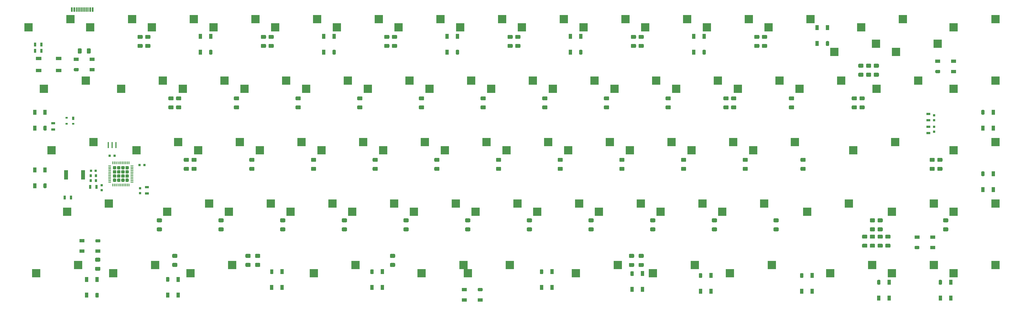
<source format=gbr>
G04 #@! TF.GenerationSoftware,KiCad,Pcbnew,(5.1.11)-1*
G04 #@! TF.CreationDate,2022-07-27T22:25:24+07:00*
G04 #@! TF.ProjectId,averange65 - Copy,61766572-616e-4676-9536-35202d20436f,rev?*
G04 #@! TF.SameCoordinates,Original*
G04 #@! TF.FileFunction,Paste,Bot*
G04 #@! TF.FilePolarity,Positive*
%FSLAX46Y46*%
G04 Gerber Fmt 4.6, Leading zero omitted, Abs format (unit mm)*
G04 Created by KiCad (PCBNEW (5.1.11)-1) date 2022-07-27 22:25:24*
%MOMM*%
%LPD*%
G01*
G04 APERTURE LIST*
%ADD10R,2.550000X2.500000*%
%ADD11R,1.000000X1.500000*%
%ADD12R,1.500000X1.000000*%
%ADD13R,1.800000X1.100000*%
%ADD14R,0.700000X1.000000*%
%ADD15R,0.700000X0.600000*%
%ADD16R,0.700000X1.300000*%
%ADD17R,1.300000X0.700000*%
%ADD18R,0.800000X0.950000*%
%ADD19R,0.800000X0.750000*%
%ADD20R,0.750000X0.800000*%
%ADD21R,0.600000X1.450000*%
%ADD22R,0.300000X1.450000*%
%ADD23R,1.190000X3.000000*%
%ADD24R,0.400000X1.900000*%
G04 APERTURE END LIST*
D10*
X181895922Y-80962500D03*
X168968922Y-83502500D03*
G36*
G01*
X23217743Y-127628507D02*
X23717743Y-127628507D01*
G75*
G02*
X23967743Y-127878507I0J-250000D01*
G01*
X23967743Y-128878507D01*
G75*
G02*
X23717743Y-129128507I-250000J0D01*
G01*
X23217743Y-129128507D01*
G75*
G02*
X22967743Y-128878507I0J250000D01*
G01*
X22967743Y-127878507D01*
G75*
G02*
X23217743Y-127628507I250000J0D01*
G01*
G37*
D11*
X20267743Y-128378507D03*
X23467743Y-123478507D03*
X20267743Y-123478507D03*
G36*
G01*
X284191910Y-125121617D02*
X283691910Y-125121617D01*
G75*
G02*
X283441910Y-124871617I0J250000D01*
G01*
X283441910Y-123871617D01*
G75*
G02*
X283691910Y-123621617I250000J0D01*
G01*
X284191910Y-123621617D01*
G75*
G02*
X284441910Y-123871617I0J-250000D01*
G01*
X284441910Y-124871617D01*
G75*
G02*
X284191910Y-125121617I-250000J0D01*
G01*
G37*
X287141910Y-124371617D03*
X283941910Y-129271617D03*
X287141910Y-129271617D03*
D10*
X17589670Y-119063060D03*
X4662670Y-121603060D03*
G36*
G01*
X141066250Y-126892500D02*
X141066250Y-126392500D01*
G75*
G02*
X141316250Y-126142500I250000J0D01*
G01*
X142316250Y-126142500D01*
G75*
G02*
X142566250Y-126392500I0J-250000D01*
G01*
X142566250Y-126892500D01*
G75*
G02*
X142316250Y-127142500I-250000J0D01*
G01*
X141316250Y-127142500D01*
G75*
G02*
X141066250Y-126892500I0J250000D01*
G01*
G37*
D12*
X141816250Y-129842500D03*
X136916250Y-126642500D03*
X136916250Y-129842500D03*
D13*
X11573291Y-58722466D03*
X5373291Y-55022466D03*
X11573291Y-55022466D03*
X5373291Y-58722466D03*
D10*
X41402270Y-119062568D03*
X28475270Y-121602568D03*
X136652670Y-119062500D03*
X123725670Y-121602500D03*
X153320898Y-100012500D03*
X140393898Y-102552500D03*
X191420930Y-100012500D03*
X178493930Y-102552500D03*
X115220866Y-100012500D03*
X102293866Y-102552500D03*
G36*
G01*
X161011691Y-121847525D02*
X160511691Y-121847525D01*
G75*
G02*
X160261691Y-121597525I0J250000D01*
G01*
X160261691Y-120597525D01*
G75*
G02*
X160511691Y-120347525I250000J0D01*
G01*
X161011691Y-120347525D01*
G75*
G02*
X161261691Y-120597525I0J-250000D01*
G01*
X161261691Y-121597525D01*
G75*
G02*
X161011691Y-121847525I-250000J0D01*
G01*
G37*
D11*
X163961691Y-121097525D03*
X160761691Y-125997525D03*
X163961691Y-125997525D03*
G36*
G01*
X241379750Y-123038018D02*
X240879750Y-123038018D01*
G75*
G02*
X240629750Y-122788018I0J250000D01*
G01*
X240629750Y-121788018D01*
G75*
G02*
X240879750Y-121538018I250000J0D01*
G01*
X241379750Y-121538018D01*
G75*
G02*
X241629750Y-121788018I0J-250000D01*
G01*
X241629750Y-122788018D01*
G75*
G02*
X241379750Y-123038018I-250000J0D01*
G01*
G37*
X244329750Y-122288018D03*
X241129750Y-127188018D03*
X244329750Y-127188018D03*
D10*
X255714734Y-100012500D03*
X242787734Y-102552500D03*
G36*
G01*
X267172538Y-112441110D02*
X268292538Y-112441110D01*
G75*
G02*
X268532538Y-112681110I0J-240000D01*
G01*
X268532538Y-113401110D01*
G75*
G02*
X268292538Y-113641110I-240000J0D01*
G01*
X267172538Y-113641110D01*
G75*
G02*
X266932538Y-113401110I0J240000D01*
G01*
X266932538Y-112681110D01*
G75*
G02*
X267172538Y-112441110I240000J0D01*
G01*
G37*
G36*
G01*
X267172538Y-109641110D02*
X268292538Y-109641110D01*
G75*
G02*
X268532538Y-109881110I0J-240000D01*
G01*
X268532538Y-110601110D01*
G75*
G02*
X268292538Y-110841110I-240000J0D01*
G01*
X267172538Y-110841110D01*
G75*
G02*
X266932538Y-110601110I0J240000D01*
G01*
X266932538Y-109881110D01*
G75*
G02*
X267172538Y-109641110I240000J0D01*
G01*
G37*
G36*
G01*
X264791282Y-112441110D02*
X265911282Y-112441110D01*
G75*
G02*
X266151282Y-112681110I0J-240000D01*
G01*
X266151282Y-113401110D01*
G75*
G02*
X265911282Y-113641110I-240000J0D01*
G01*
X264791282Y-113641110D01*
G75*
G02*
X264551282Y-113401110I0J240000D01*
G01*
X264551282Y-112681110D01*
G75*
G02*
X264791282Y-112441110I240000J0D01*
G01*
G37*
G36*
G01*
X264791282Y-109641110D02*
X265911282Y-109641110D01*
G75*
G02*
X266151282Y-109881110I0J-240000D01*
G01*
X266151282Y-110601110D01*
G75*
G02*
X265911282Y-110841110I-240000J0D01*
G01*
X264791282Y-110841110D01*
G75*
G02*
X264551282Y-110601110I0J240000D01*
G01*
X264551282Y-109881110D01*
G75*
G02*
X264791282Y-109641110I240000J0D01*
G01*
G37*
G36*
G01*
X262410026Y-112441110D02*
X263530026Y-112441110D01*
G75*
G02*
X263770026Y-112681110I0J-240000D01*
G01*
X263770026Y-113401110D01*
G75*
G02*
X263530026Y-113641110I-240000J0D01*
G01*
X262410026Y-113641110D01*
G75*
G02*
X262170026Y-113401110I0J240000D01*
G01*
X262170026Y-112681110D01*
G75*
G02*
X262410026Y-112441110I240000J0D01*
G01*
G37*
G36*
G01*
X262410026Y-109641110D02*
X263530026Y-109641110D01*
G75*
G02*
X263770026Y-109881110I0J-240000D01*
G01*
X263770026Y-110601110D01*
G75*
G02*
X263530026Y-110841110I-240000J0D01*
G01*
X262410026Y-110841110D01*
G75*
G02*
X262170026Y-110601110I0J240000D01*
G01*
X262170026Y-109881110D01*
G75*
G02*
X262410026Y-109641110I240000J0D01*
G01*
G37*
G36*
G01*
X260028770Y-112441110D02*
X261148770Y-112441110D01*
G75*
G02*
X261388770Y-112681110I0J-240000D01*
G01*
X261388770Y-113401110D01*
G75*
G02*
X261148770Y-113641110I-240000J0D01*
G01*
X260028770Y-113641110D01*
G75*
G02*
X259788770Y-113401110I0J240000D01*
G01*
X259788770Y-112681110D01*
G75*
G02*
X260028770Y-112441110I240000J0D01*
G01*
G37*
G36*
G01*
X260028770Y-109641110D02*
X261148770Y-109641110D01*
G75*
G02*
X261388770Y-109881110I0J-240000D01*
G01*
X261388770Y-110601110D01*
G75*
G02*
X261148770Y-110841110I-240000J0D01*
G01*
X260028770Y-110841110D01*
G75*
G02*
X259788770Y-110601110I0J240000D01*
G01*
X259788770Y-109881110D01*
G75*
G02*
X260028770Y-109641110I240000J0D01*
G01*
G37*
G36*
G01*
X190972660Y-118394375D02*
X192092660Y-118394375D01*
G75*
G02*
X192332660Y-118634375I0J-240000D01*
G01*
X192332660Y-119354375D01*
G75*
G02*
X192092660Y-119594375I-240000J0D01*
G01*
X190972660Y-119594375D01*
G75*
G02*
X190732660Y-119354375I0J240000D01*
G01*
X190732660Y-118634375D01*
G75*
G02*
X190972660Y-118394375I240000J0D01*
G01*
G37*
G36*
G01*
X190972660Y-115594375D02*
X192092660Y-115594375D01*
G75*
G02*
X192332660Y-115834375I0J-240000D01*
G01*
X192332660Y-116554375D01*
G75*
G02*
X192092660Y-116794375I-240000J0D01*
G01*
X190972660Y-116794375D01*
G75*
G02*
X190732660Y-116554375I0J240000D01*
G01*
X190732660Y-115834375D01*
G75*
G02*
X190972660Y-115594375I240000J0D01*
G01*
G37*
G36*
G01*
X187996085Y-118394375D02*
X189116085Y-118394375D01*
G75*
G02*
X189356085Y-118634375I0J-240000D01*
G01*
X189356085Y-119354375D01*
G75*
G02*
X189116085Y-119594375I-240000J0D01*
G01*
X187996085Y-119594375D01*
G75*
G02*
X187756085Y-119354375I0J240000D01*
G01*
X187756085Y-118634375D01*
G75*
G02*
X187996085Y-118394375I240000J0D01*
G01*
G37*
G36*
G01*
X187996085Y-115594375D02*
X189116085Y-115594375D01*
G75*
G02*
X189356085Y-115834375I0J-240000D01*
G01*
X189356085Y-116554375D01*
G75*
G02*
X189116085Y-116794375I-240000J0D01*
G01*
X187996085Y-116794375D01*
G75*
G02*
X187756085Y-116554375I0J240000D01*
G01*
X187756085Y-115834375D01*
G75*
G02*
X187996085Y-115594375I240000J0D01*
G01*
G37*
G36*
G01*
X114176655Y-118394125D02*
X115296655Y-118394125D01*
G75*
G02*
X115536655Y-118634125I0J-240000D01*
G01*
X115536655Y-119354125D01*
G75*
G02*
X115296655Y-119594125I-240000J0D01*
G01*
X114176655Y-119594125D01*
G75*
G02*
X113936655Y-119354125I0J240000D01*
G01*
X113936655Y-118634125D01*
G75*
G02*
X114176655Y-118394125I240000J0D01*
G01*
G37*
G36*
G01*
X114176655Y-115594125D02*
X115296655Y-115594125D01*
G75*
G02*
X115536655Y-115834125I0J-240000D01*
G01*
X115536655Y-116554125D01*
G75*
G02*
X115296655Y-116794125I-240000J0D01*
G01*
X114176655Y-116794125D01*
G75*
G02*
X113936655Y-116554125I0J240000D01*
G01*
X113936655Y-115834125D01*
G75*
G02*
X114176655Y-115594125I240000J0D01*
G01*
G37*
G36*
G01*
X72504745Y-118394125D02*
X73624745Y-118394125D01*
G75*
G02*
X73864745Y-118634125I0J-240000D01*
G01*
X73864745Y-119354125D01*
G75*
G02*
X73624745Y-119594125I-240000J0D01*
G01*
X72504745Y-119594125D01*
G75*
G02*
X72264745Y-119354125I0J240000D01*
G01*
X72264745Y-118634125D01*
G75*
G02*
X72504745Y-118394125I240000J0D01*
G01*
G37*
G36*
G01*
X72504745Y-115594125D02*
X73624745Y-115594125D01*
G75*
G02*
X73864745Y-115834125I0J-240000D01*
G01*
X73864745Y-116554125D01*
G75*
G02*
X73624745Y-116794125I-240000J0D01*
G01*
X72504745Y-116794125D01*
G75*
G02*
X72264745Y-116554125I0J240000D01*
G01*
X72264745Y-115834125D01*
G75*
G02*
X72504745Y-115594125I240000J0D01*
G01*
G37*
G36*
G01*
X69528125Y-118394125D02*
X70648125Y-118394125D01*
G75*
G02*
X70888125Y-118634125I0J-240000D01*
G01*
X70888125Y-119354125D01*
G75*
G02*
X70648125Y-119594125I-240000J0D01*
G01*
X69528125Y-119594125D01*
G75*
G02*
X69288125Y-119354125I0J240000D01*
G01*
X69288125Y-118634125D01*
G75*
G02*
X69528125Y-118394125I240000J0D01*
G01*
G37*
G36*
G01*
X69528125Y-115594125D02*
X70648125Y-115594125D01*
G75*
G02*
X70888125Y-115834125I0J-240000D01*
G01*
X70888125Y-116554125D01*
G75*
G02*
X70648125Y-116794125I-240000J0D01*
G01*
X69528125Y-116794125D01*
G75*
G02*
X69288125Y-116554125I0J240000D01*
G01*
X69288125Y-115834125D01*
G75*
G02*
X69528125Y-115594125I240000J0D01*
G01*
G37*
G36*
G01*
X46906286Y-118394125D02*
X48026286Y-118394125D01*
G75*
G02*
X48266286Y-118634125I0J-240000D01*
G01*
X48266286Y-119354125D01*
G75*
G02*
X48026286Y-119594125I-240000J0D01*
G01*
X46906286Y-119594125D01*
G75*
G02*
X46666286Y-119354125I0J240000D01*
G01*
X46666286Y-118634125D01*
G75*
G02*
X46906286Y-118394125I240000J0D01*
G01*
G37*
G36*
G01*
X46906286Y-115594125D02*
X48026286Y-115594125D01*
G75*
G02*
X48266286Y-115834125I0J-240000D01*
G01*
X48266286Y-116554125D01*
G75*
G02*
X48026286Y-116794125I-240000J0D01*
G01*
X46906286Y-116794125D01*
G75*
G02*
X46666286Y-116554125I0J240000D01*
G01*
X46666286Y-115834125D01*
G75*
G02*
X46906286Y-115594125I240000J0D01*
G01*
G37*
G36*
G01*
X23093798Y-119584878D02*
X24213798Y-119584878D01*
G75*
G02*
X24453798Y-119824878I0J-240000D01*
G01*
X24453798Y-120544878D01*
G75*
G02*
X24213798Y-120784878I-240000J0D01*
G01*
X23093798Y-120784878D01*
G75*
G02*
X22853798Y-120544878I0J240000D01*
G01*
X22853798Y-119824878D01*
G75*
G02*
X23093798Y-119584878I240000J0D01*
G01*
G37*
G36*
G01*
X23093798Y-116784878D02*
X24213798Y-116784878D01*
G75*
G02*
X24453798Y-117024878I0J-240000D01*
G01*
X24453798Y-117744878D01*
G75*
G02*
X24213798Y-117984878I-240000J0D01*
G01*
X23093798Y-117984878D01*
G75*
G02*
X22853798Y-117744878I0J240000D01*
G01*
X22853798Y-117024878D01*
G75*
G02*
X23093798Y-116784878I240000J0D01*
G01*
G37*
G36*
G01*
X286151958Y-105780941D02*
X285031958Y-105780941D01*
G75*
G02*
X284791958Y-105540941I0J240000D01*
G01*
X284791958Y-104820941D01*
G75*
G02*
X285031958Y-104580941I240000J0D01*
G01*
X286151958Y-104580941D01*
G75*
G02*
X286391958Y-104820941I0J-240000D01*
G01*
X286391958Y-105540941D01*
G75*
G02*
X286151958Y-105780941I-240000J0D01*
G01*
G37*
G36*
G01*
X286151958Y-108580941D02*
X285031958Y-108580941D01*
G75*
G02*
X284791958Y-108340941I0J240000D01*
G01*
X284791958Y-107620941D01*
G75*
G02*
X285031958Y-107380941I240000J0D01*
G01*
X286151958Y-107380941D01*
G75*
G02*
X286391958Y-107620941I0J-240000D01*
G01*
X286391958Y-108340941D01*
G75*
G02*
X286151958Y-108580941I-240000J0D01*
G01*
G37*
G36*
G01*
X265911282Y-105780941D02*
X264791282Y-105780941D01*
G75*
G02*
X264551282Y-105540941I0J240000D01*
G01*
X264551282Y-104820941D01*
G75*
G02*
X264791282Y-104580941I240000J0D01*
G01*
X265911282Y-104580941D01*
G75*
G02*
X266151282Y-104820941I0J-240000D01*
G01*
X266151282Y-105540941D01*
G75*
G02*
X265911282Y-105780941I-240000J0D01*
G01*
G37*
G36*
G01*
X265911282Y-108580941D02*
X264791282Y-108580941D01*
G75*
G02*
X264551282Y-108340941I0J240000D01*
G01*
X264551282Y-107620941D01*
G75*
G02*
X264791282Y-107380941I240000J0D01*
G01*
X265911282Y-107380941D01*
G75*
G02*
X266151282Y-107620941I0J-240000D01*
G01*
X266151282Y-108340941D01*
G75*
G02*
X265911282Y-108580941I-240000J0D01*
G01*
G37*
G36*
G01*
X263530026Y-105780941D02*
X262410026Y-105780941D01*
G75*
G02*
X262170026Y-105540941I0J240000D01*
G01*
X262170026Y-104820941D01*
G75*
G02*
X262410026Y-104580941I240000J0D01*
G01*
X263530026Y-104580941D01*
G75*
G02*
X263770026Y-104820941I0J-240000D01*
G01*
X263770026Y-105540941D01*
G75*
G02*
X263530026Y-105780941I-240000J0D01*
G01*
G37*
G36*
G01*
X263530026Y-108580941D02*
X262410026Y-108580941D01*
G75*
G02*
X262170026Y-108340941I0J240000D01*
G01*
X262170026Y-107620941D01*
G75*
G02*
X262410026Y-107380941I240000J0D01*
G01*
X263530026Y-107380941D01*
G75*
G02*
X263770026Y-107620941I0J-240000D01*
G01*
X263770026Y-108340941D01*
G75*
G02*
X263530026Y-108580941I-240000J0D01*
G01*
G37*
G36*
G01*
X233764850Y-105781265D02*
X232644850Y-105781265D01*
G75*
G02*
X232404850Y-105541265I0J240000D01*
G01*
X232404850Y-104821265D01*
G75*
G02*
X232644850Y-104581265I240000J0D01*
G01*
X233764850Y-104581265D01*
G75*
G02*
X234004850Y-104821265I0J-240000D01*
G01*
X234004850Y-105541265D01*
G75*
G02*
X233764850Y-105781265I-240000J0D01*
G01*
G37*
G36*
G01*
X233764850Y-108581265D02*
X232644850Y-108581265D01*
G75*
G02*
X232404850Y-108341265I0J240000D01*
G01*
X232404850Y-107621265D01*
G75*
G02*
X232644850Y-107381265I240000J0D01*
G01*
X233764850Y-107381265D01*
G75*
G02*
X234004850Y-107621265I0J-240000D01*
G01*
X234004850Y-108341265D01*
G75*
G02*
X233764850Y-108581265I-240000J0D01*
G01*
G37*
G36*
G01*
X214714770Y-105781265D02*
X213594770Y-105781265D01*
G75*
G02*
X213354770Y-105541265I0J240000D01*
G01*
X213354770Y-104821265D01*
G75*
G02*
X213594770Y-104581265I240000J0D01*
G01*
X214714770Y-104581265D01*
G75*
G02*
X214954770Y-104821265I0J-240000D01*
G01*
X214954770Y-105541265D01*
G75*
G02*
X214714770Y-105781265I-240000J0D01*
G01*
G37*
G36*
G01*
X214714770Y-108581265D02*
X213594770Y-108581265D01*
G75*
G02*
X213354770Y-108341265I0J240000D01*
G01*
X213354770Y-107621265D01*
G75*
G02*
X213594770Y-107381265I240000J0D01*
G01*
X214714770Y-107381265D01*
G75*
G02*
X214954770Y-107621265I0J-240000D01*
G01*
X214954770Y-108341265D01*
G75*
G02*
X214714770Y-108581265I-240000J0D01*
G01*
G37*
G36*
G01*
X195664690Y-105781265D02*
X194544690Y-105781265D01*
G75*
G02*
X194304690Y-105541265I0J240000D01*
G01*
X194304690Y-104821265D01*
G75*
G02*
X194544690Y-104581265I240000J0D01*
G01*
X195664690Y-104581265D01*
G75*
G02*
X195904690Y-104821265I0J-240000D01*
G01*
X195904690Y-105541265D01*
G75*
G02*
X195664690Y-105781265I-240000J0D01*
G01*
G37*
G36*
G01*
X195664690Y-108581265D02*
X194544690Y-108581265D01*
G75*
G02*
X194304690Y-108341265I0J240000D01*
G01*
X194304690Y-107621265D01*
G75*
G02*
X194544690Y-107381265I240000J0D01*
G01*
X195664690Y-107381265D01*
G75*
G02*
X195904690Y-107621265I0J-240000D01*
G01*
X195904690Y-108341265D01*
G75*
G02*
X195664690Y-108581265I-240000J0D01*
G01*
G37*
G36*
G01*
X176614610Y-105781265D02*
X175494610Y-105781265D01*
G75*
G02*
X175254610Y-105541265I0J240000D01*
G01*
X175254610Y-104821265D01*
G75*
G02*
X175494610Y-104581265I240000J0D01*
G01*
X176614610Y-104581265D01*
G75*
G02*
X176854610Y-104821265I0J-240000D01*
G01*
X176854610Y-105541265D01*
G75*
G02*
X176614610Y-105781265I-240000J0D01*
G01*
G37*
G36*
G01*
X176614610Y-108581265D02*
X175494610Y-108581265D01*
G75*
G02*
X175254610Y-108341265I0J240000D01*
G01*
X175254610Y-107621265D01*
G75*
G02*
X175494610Y-107381265I240000J0D01*
G01*
X176614610Y-107381265D01*
G75*
G02*
X176854610Y-107621265I0J-240000D01*
G01*
X176854610Y-108341265D01*
G75*
G02*
X176614610Y-108581265I-240000J0D01*
G01*
G37*
G36*
G01*
X157564530Y-105781265D02*
X156444530Y-105781265D01*
G75*
G02*
X156204530Y-105541265I0J240000D01*
G01*
X156204530Y-104821265D01*
G75*
G02*
X156444530Y-104581265I240000J0D01*
G01*
X157564530Y-104581265D01*
G75*
G02*
X157804530Y-104821265I0J-240000D01*
G01*
X157804530Y-105541265D01*
G75*
G02*
X157564530Y-105781265I-240000J0D01*
G01*
G37*
G36*
G01*
X157564530Y-108581265D02*
X156444530Y-108581265D01*
G75*
G02*
X156204530Y-108341265I0J240000D01*
G01*
X156204530Y-107621265D01*
G75*
G02*
X156444530Y-107381265I240000J0D01*
G01*
X157564530Y-107381265D01*
G75*
G02*
X157804530Y-107621265I0J-240000D01*
G01*
X157804530Y-108341265D01*
G75*
G02*
X157564530Y-108581265I-240000J0D01*
G01*
G37*
G36*
G01*
X138514450Y-105781265D02*
X137394450Y-105781265D01*
G75*
G02*
X137154450Y-105541265I0J240000D01*
G01*
X137154450Y-104821265D01*
G75*
G02*
X137394450Y-104581265I240000J0D01*
G01*
X138514450Y-104581265D01*
G75*
G02*
X138754450Y-104821265I0J-240000D01*
G01*
X138754450Y-105541265D01*
G75*
G02*
X138514450Y-105781265I-240000J0D01*
G01*
G37*
G36*
G01*
X138514450Y-108581265D02*
X137394450Y-108581265D01*
G75*
G02*
X137154450Y-108341265I0J240000D01*
G01*
X137154450Y-107621265D01*
G75*
G02*
X137394450Y-107381265I240000J0D01*
G01*
X138514450Y-107381265D01*
G75*
G02*
X138754450Y-107621265I0J-240000D01*
G01*
X138754450Y-108341265D01*
G75*
G02*
X138514450Y-108581265I-240000J0D01*
G01*
G37*
G36*
G01*
X119464370Y-105781265D02*
X118344370Y-105781265D01*
G75*
G02*
X118104370Y-105541265I0J240000D01*
G01*
X118104370Y-104821265D01*
G75*
G02*
X118344370Y-104581265I240000J0D01*
G01*
X119464370Y-104581265D01*
G75*
G02*
X119704370Y-104821265I0J-240000D01*
G01*
X119704370Y-105541265D01*
G75*
G02*
X119464370Y-105781265I-240000J0D01*
G01*
G37*
G36*
G01*
X119464370Y-108581265D02*
X118344370Y-108581265D01*
G75*
G02*
X118104370Y-108341265I0J240000D01*
G01*
X118104370Y-107621265D01*
G75*
G02*
X118344370Y-107381265I240000J0D01*
G01*
X119464370Y-107381265D01*
G75*
G02*
X119704370Y-107621265I0J-240000D01*
G01*
X119704370Y-108341265D01*
G75*
G02*
X119464370Y-108581265I-240000J0D01*
G01*
G37*
G36*
G01*
X100414290Y-105781265D02*
X99294290Y-105781265D01*
G75*
G02*
X99054290Y-105541265I0J240000D01*
G01*
X99054290Y-104821265D01*
G75*
G02*
X99294290Y-104581265I240000J0D01*
G01*
X100414290Y-104581265D01*
G75*
G02*
X100654290Y-104821265I0J-240000D01*
G01*
X100654290Y-105541265D01*
G75*
G02*
X100414290Y-105781265I-240000J0D01*
G01*
G37*
G36*
G01*
X100414290Y-108581265D02*
X99294290Y-108581265D01*
G75*
G02*
X99054290Y-108341265I0J240000D01*
G01*
X99054290Y-107621265D01*
G75*
G02*
X99294290Y-107381265I240000J0D01*
G01*
X100414290Y-107381265D01*
G75*
G02*
X100654290Y-107621265I0J-240000D01*
G01*
X100654290Y-108341265D01*
G75*
G02*
X100414290Y-108581265I-240000J0D01*
G01*
G37*
G36*
G01*
X81364210Y-105781265D02*
X80244210Y-105781265D01*
G75*
G02*
X80004210Y-105541265I0J240000D01*
G01*
X80004210Y-104821265D01*
G75*
G02*
X80244210Y-104581265I240000J0D01*
G01*
X81364210Y-104581265D01*
G75*
G02*
X81604210Y-104821265I0J-240000D01*
G01*
X81604210Y-105541265D01*
G75*
G02*
X81364210Y-105781265I-240000J0D01*
G01*
G37*
G36*
G01*
X81364210Y-108581265D02*
X80244210Y-108581265D01*
G75*
G02*
X80004210Y-108341265I0J240000D01*
G01*
X80004210Y-107621265D01*
G75*
G02*
X80244210Y-107381265I240000J0D01*
G01*
X81364210Y-107381265D01*
G75*
G02*
X81604210Y-107621265I0J-240000D01*
G01*
X81604210Y-108341265D01*
G75*
G02*
X81364210Y-108581265I-240000J0D01*
G01*
G37*
G36*
G01*
X62314130Y-105781265D02*
X61194130Y-105781265D01*
G75*
G02*
X60954130Y-105541265I0J240000D01*
G01*
X60954130Y-104821265D01*
G75*
G02*
X61194130Y-104581265I240000J0D01*
G01*
X62314130Y-104581265D01*
G75*
G02*
X62554130Y-104821265I0J-240000D01*
G01*
X62554130Y-105541265D01*
G75*
G02*
X62314130Y-105781265I-240000J0D01*
G01*
G37*
G36*
G01*
X62314130Y-108581265D02*
X61194130Y-108581265D01*
G75*
G02*
X60954130Y-108341265I0J240000D01*
G01*
X60954130Y-107621265D01*
G75*
G02*
X61194130Y-107381265I240000J0D01*
G01*
X62314130Y-107381265D01*
G75*
G02*
X62554130Y-107621265I0J-240000D01*
G01*
X62554130Y-108341265D01*
G75*
G02*
X62314130Y-108581265I-240000J0D01*
G01*
G37*
G36*
G01*
X284366016Y-87028550D02*
X283246016Y-87028550D01*
G75*
G02*
X283006016Y-86788550I0J240000D01*
G01*
X283006016Y-86068550D01*
G75*
G02*
X283246016Y-85828550I240000J0D01*
G01*
X284366016Y-85828550D01*
G75*
G02*
X284606016Y-86068550I0J-240000D01*
G01*
X284606016Y-86788550D01*
G75*
G02*
X284366016Y-87028550I-240000J0D01*
G01*
G37*
G36*
G01*
X284366016Y-89828550D02*
X283246016Y-89828550D01*
G75*
G02*
X283006016Y-89588550I0J240000D01*
G01*
X283006016Y-88868550D01*
G75*
G02*
X283246016Y-88628550I240000J0D01*
G01*
X284366016Y-88628550D01*
G75*
G02*
X284606016Y-88868550I0J-240000D01*
G01*
X284606016Y-89588550D01*
G75*
G02*
X284366016Y-89828550I-240000J0D01*
G01*
G37*
G36*
G01*
X43263846Y-105780941D02*
X42143846Y-105780941D01*
G75*
G02*
X41903846Y-105540941I0J240000D01*
G01*
X41903846Y-104820941D01*
G75*
G02*
X42143846Y-104580941I240000J0D01*
G01*
X43263846Y-104580941D01*
G75*
G02*
X43503846Y-104820941I0J-240000D01*
G01*
X43503846Y-105540941D01*
G75*
G02*
X43263846Y-105780941I-240000J0D01*
G01*
G37*
G36*
G01*
X43263846Y-108580941D02*
X42143846Y-108580941D01*
G75*
G02*
X41903846Y-108340941I0J240000D01*
G01*
X41903846Y-107620941D01*
G75*
G02*
X42143846Y-107380941I240000J0D01*
G01*
X43263846Y-107380941D01*
G75*
G02*
X43503846Y-107620941I0J-240000D01*
G01*
X43503846Y-108340941D01*
G75*
G02*
X43263846Y-108580941I-240000J0D01*
G01*
G37*
G36*
G01*
X281984760Y-87028550D02*
X280864760Y-87028550D01*
G75*
G02*
X280624760Y-86788550I0J240000D01*
G01*
X280624760Y-86068550D01*
G75*
G02*
X280864760Y-85828550I240000J0D01*
G01*
X281984760Y-85828550D01*
G75*
G02*
X282224760Y-86068550I0J-240000D01*
G01*
X282224760Y-86788550D01*
G75*
G02*
X281984760Y-87028550I-240000J0D01*
G01*
G37*
G36*
G01*
X281984760Y-89828550D02*
X280864760Y-89828550D01*
G75*
G02*
X280624760Y-89588550I0J240000D01*
G01*
X280624760Y-88868550D01*
G75*
G02*
X280864760Y-88628550I240000J0D01*
G01*
X281984760Y-88628550D01*
G75*
G02*
X282224760Y-88868550I0J-240000D01*
G01*
X282224760Y-89588550D01*
G75*
G02*
X281984760Y-89828550I-240000J0D01*
G01*
G37*
G36*
G01*
X242099260Y-87028842D02*
X240979260Y-87028842D01*
G75*
G02*
X240739260Y-86788842I0J240000D01*
G01*
X240739260Y-86068842D01*
G75*
G02*
X240979260Y-85828842I240000J0D01*
G01*
X242099260Y-85828842D01*
G75*
G02*
X242339260Y-86068842I0J-240000D01*
G01*
X242339260Y-86788842D01*
G75*
G02*
X242099260Y-87028842I-240000J0D01*
G01*
G37*
G36*
G01*
X242099260Y-89828842D02*
X240979260Y-89828842D01*
G75*
G02*
X240739260Y-89588842I0J240000D01*
G01*
X240739260Y-88868842D01*
G75*
G02*
X240979260Y-88628842I240000J0D01*
G01*
X242099260Y-88628842D01*
G75*
G02*
X242339260Y-88868842I0J-240000D01*
G01*
X242339260Y-89588842D01*
G75*
G02*
X242099260Y-89828842I-240000J0D01*
G01*
G37*
G36*
G01*
X224239810Y-87028842D02*
X223119810Y-87028842D01*
G75*
G02*
X222879810Y-86788842I0J240000D01*
G01*
X222879810Y-86068842D01*
G75*
G02*
X223119810Y-85828842I240000J0D01*
G01*
X224239810Y-85828842D01*
G75*
G02*
X224479810Y-86068842I0J-240000D01*
G01*
X224479810Y-86788842D01*
G75*
G02*
X224239810Y-87028842I-240000J0D01*
G01*
G37*
G36*
G01*
X224239810Y-89828842D02*
X223119810Y-89828842D01*
G75*
G02*
X222879810Y-89588842I0J240000D01*
G01*
X222879810Y-88868842D01*
G75*
G02*
X223119810Y-88628842I240000J0D01*
G01*
X224239810Y-88628842D01*
G75*
G02*
X224479810Y-88868842I0J-240000D01*
G01*
X224479810Y-89588842D01*
G75*
G02*
X224239810Y-89828842I-240000J0D01*
G01*
G37*
G36*
G01*
X205189730Y-87028842D02*
X204069730Y-87028842D01*
G75*
G02*
X203829730Y-86788842I0J240000D01*
G01*
X203829730Y-86068842D01*
G75*
G02*
X204069730Y-85828842I240000J0D01*
G01*
X205189730Y-85828842D01*
G75*
G02*
X205429730Y-86068842I0J-240000D01*
G01*
X205429730Y-86788842D01*
G75*
G02*
X205189730Y-87028842I-240000J0D01*
G01*
G37*
G36*
G01*
X205189730Y-89828842D02*
X204069730Y-89828842D01*
G75*
G02*
X203829730Y-89588842I0J240000D01*
G01*
X203829730Y-88868842D01*
G75*
G02*
X204069730Y-88628842I240000J0D01*
G01*
X205189730Y-88628842D01*
G75*
G02*
X205429730Y-88868842I0J-240000D01*
G01*
X205429730Y-89588842D01*
G75*
G02*
X205189730Y-89828842I-240000J0D01*
G01*
G37*
G36*
G01*
X186139650Y-87028842D02*
X185019650Y-87028842D01*
G75*
G02*
X184779650Y-86788842I0J240000D01*
G01*
X184779650Y-86068842D01*
G75*
G02*
X185019650Y-85828842I240000J0D01*
G01*
X186139650Y-85828842D01*
G75*
G02*
X186379650Y-86068842I0J-240000D01*
G01*
X186379650Y-86788842D01*
G75*
G02*
X186139650Y-87028842I-240000J0D01*
G01*
G37*
G36*
G01*
X186139650Y-89828842D02*
X185019650Y-89828842D01*
G75*
G02*
X184779650Y-89588842I0J240000D01*
G01*
X184779650Y-88868842D01*
G75*
G02*
X185019650Y-88628842I240000J0D01*
G01*
X186139650Y-88628842D01*
G75*
G02*
X186379650Y-88868842I0J-240000D01*
G01*
X186379650Y-89588842D01*
G75*
G02*
X186139650Y-89828842I-240000J0D01*
G01*
G37*
G36*
G01*
X167089570Y-87028842D02*
X165969570Y-87028842D01*
G75*
G02*
X165729570Y-86788842I0J240000D01*
G01*
X165729570Y-86068842D01*
G75*
G02*
X165969570Y-85828842I240000J0D01*
G01*
X167089570Y-85828842D01*
G75*
G02*
X167329570Y-86068842I0J-240000D01*
G01*
X167329570Y-86788842D01*
G75*
G02*
X167089570Y-87028842I-240000J0D01*
G01*
G37*
G36*
G01*
X167089570Y-89828842D02*
X165969570Y-89828842D01*
G75*
G02*
X165729570Y-89588842I0J240000D01*
G01*
X165729570Y-88868842D01*
G75*
G02*
X165969570Y-88628842I240000J0D01*
G01*
X167089570Y-88628842D01*
G75*
G02*
X167329570Y-88868842I0J-240000D01*
G01*
X167329570Y-89588842D01*
G75*
G02*
X167089570Y-89828842I-240000J0D01*
G01*
G37*
G36*
G01*
X148039490Y-87028842D02*
X146919490Y-87028842D01*
G75*
G02*
X146679490Y-86788842I0J240000D01*
G01*
X146679490Y-86068842D01*
G75*
G02*
X146919490Y-85828842I240000J0D01*
G01*
X148039490Y-85828842D01*
G75*
G02*
X148279490Y-86068842I0J-240000D01*
G01*
X148279490Y-86788842D01*
G75*
G02*
X148039490Y-87028842I-240000J0D01*
G01*
G37*
G36*
G01*
X148039490Y-89828842D02*
X146919490Y-89828842D01*
G75*
G02*
X146679490Y-89588842I0J240000D01*
G01*
X146679490Y-88868842D01*
G75*
G02*
X146919490Y-88628842I240000J0D01*
G01*
X148039490Y-88628842D01*
G75*
G02*
X148279490Y-88868842I0J-240000D01*
G01*
X148279490Y-89588842D01*
G75*
G02*
X148039490Y-89828842I-240000J0D01*
G01*
G37*
G36*
G01*
X128988750Y-87028442D02*
X127868750Y-87028442D01*
G75*
G02*
X127628750Y-86788442I0J240000D01*
G01*
X127628750Y-86068442D01*
G75*
G02*
X127868750Y-85828442I240000J0D01*
G01*
X128988750Y-85828442D01*
G75*
G02*
X129228750Y-86068442I0J-240000D01*
G01*
X129228750Y-86788442D01*
G75*
G02*
X128988750Y-87028442I-240000J0D01*
G01*
G37*
G36*
G01*
X128988750Y-89828442D02*
X127868750Y-89828442D01*
G75*
G02*
X127628750Y-89588442I0J240000D01*
G01*
X127628750Y-88868442D01*
G75*
G02*
X127868750Y-88628442I240000J0D01*
G01*
X128988750Y-88628442D01*
G75*
G02*
X129228750Y-88868442I0J-240000D01*
G01*
X129228750Y-89588442D01*
G75*
G02*
X128988750Y-89828442I-240000J0D01*
G01*
G37*
G36*
G01*
X109938750Y-87028442D02*
X108818750Y-87028442D01*
G75*
G02*
X108578750Y-86788442I0J240000D01*
G01*
X108578750Y-86068442D01*
G75*
G02*
X108818750Y-85828442I240000J0D01*
G01*
X109938750Y-85828442D01*
G75*
G02*
X110178750Y-86068442I0J-240000D01*
G01*
X110178750Y-86788442D01*
G75*
G02*
X109938750Y-87028442I-240000J0D01*
G01*
G37*
G36*
G01*
X109938750Y-89828442D02*
X108818750Y-89828442D01*
G75*
G02*
X108578750Y-89588442I0J240000D01*
G01*
X108578750Y-88868442D01*
G75*
G02*
X108818750Y-88628442I240000J0D01*
G01*
X109938750Y-88628442D01*
G75*
G02*
X110178750Y-88868442I0J-240000D01*
G01*
X110178750Y-89588442D01*
G75*
G02*
X109938750Y-89828442I-240000J0D01*
G01*
G37*
G36*
G01*
X90889250Y-87028842D02*
X89769250Y-87028842D01*
G75*
G02*
X89529250Y-86788842I0J240000D01*
G01*
X89529250Y-86068842D01*
G75*
G02*
X89769250Y-85828842I240000J0D01*
G01*
X90889250Y-85828842D01*
G75*
G02*
X91129250Y-86068842I0J-240000D01*
G01*
X91129250Y-86788842D01*
G75*
G02*
X90889250Y-87028842I-240000J0D01*
G01*
G37*
G36*
G01*
X90889250Y-89828842D02*
X89769250Y-89828842D01*
G75*
G02*
X89529250Y-89588842I0J240000D01*
G01*
X89529250Y-88868842D01*
G75*
G02*
X89769250Y-88628842I240000J0D01*
G01*
X90889250Y-88628842D01*
G75*
G02*
X91129250Y-88868842I0J-240000D01*
G01*
X91129250Y-89588842D01*
G75*
G02*
X90889250Y-89828842I-240000J0D01*
G01*
G37*
G36*
G01*
X71839170Y-87028842D02*
X70719170Y-87028842D01*
G75*
G02*
X70479170Y-86788842I0J240000D01*
G01*
X70479170Y-86068842D01*
G75*
G02*
X70719170Y-85828842I240000J0D01*
G01*
X71839170Y-85828842D01*
G75*
G02*
X72079170Y-86068842I0J-240000D01*
G01*
X72079170Y-86788842D01*
G75*
G02*
X71839170Y-87028842I-240000J0D01*
G01*
G37*
G36*
G01*
X71839170Y-89828842D02*
X70719170Y-89828842D01*
G75*
G02*
X70479170Y-89588842I0J240000D01*
G01*
X70479170Y-88868842D01*
G75*
G02*
X70719170Y-88628842I240000J0D01*
G01*
X71839170Y-88628842D01*
G75*
G02*
X72079170Y-88868842I0J-240000D01*
G01*
X72079170Y-89588842D01*
G75*
G02*
X71839170Y-89828842I-240000J0D01*
G01*
G37*
G36*
G01*
X51598125Y-87028442D02*
X50478125Y-87028442D01*
G75*
G02*
X50238125Y-86788442I0J240000D01*
G01*
X50238125Y-86068442D01*
G75*
G02*
X50478125Y-85828442I240000J0D01*
G01*
X51598125Y-85828442D01*
G75*
G02*
X51838125Y-86068442I0J-240000D01*
G01*
X51838125Y-86788442D01*
G75*
G02*
X51598125Y-87028442I-240000J0D01*
G01*
G37*
G36*
G01*
X51598125Y-89828442D02*
X50478125Y-89828442D01*
G75*
G02*
X50238125Y-89588442I0J240000D01*
G01*
X50238125Y-88868442D01*
G75*
G02*
X50478125Y-88628442I240000J0D01*
G01*
X51598125Y-88628442D01*
G75*
G02*
X51838125Y-88868442I0J-240000D01*
G01*
X51838125Y-89588442D01*
G75*
G02*
X51598125Y-89828442I-240000J0D01*
G01*
G37*
G36*
G01*
X257934760Y-67978502D02*
X256814760Y-67978502D01*
G75*
G02*
X256574760Y-67738502I0J240000D01*
G01*
X256574760Y-67018502D01*
G75*
G02*
X256814760Y-66778502I240000J0D01*
G01*
X257934760Y-66778502D01*
G75*
G02*
X258174760Y-67018502I0J-240000D01*
G01*
X258174760Y-67738502D01*
G75*
G02*
X257934760Y-67978502I-240000J0D01*
G01*
G37*
G36*
G01*
X257934760Y-70778502D02*
X256814760Y-70778502D01*
G75*
G02*
X256574760Y-70538502I0J240000D01*
G01*
X256574760Y-69818502D01*
G75*
G02*
X256814760Y-69578502I240000J0D01*
G01*
X257934760Y-69578502D01*
G75*
G02*
X258174760Y-69818502I0J-240000D01*
G01*
X258174760Y-70538502D01*
G75*
G02*
X257934760Y-70778502I-240000J0D01*
G01*
G37*
G36*
G01*
X260316016Y-67978550D02*
X259196016Y-67978550D01*
G75*
G02*
X258956016Y-67738550I0J240000D01*
G01*
X258956016Y-67018550D01*
G75*
G02*
X259196016Y-66778550I240000J0D01*
G01*
X260316016Y-66778550D01*
G75*
G02*
X260556016Y-67018550I0J-240000D01*
G01*
X260556016Y-67738550D01*
G75*
G02*
X260316016Y-67978550I-240000J0D01*
G01*
G37*
G36*
G01*
X260316016Y-70778550D02*
X259196016Y-70778550D01*
G75*
G02*
X258956016Y-70538550I0J240000D01*
G01*
X258956016Y-69818550D01*
G75*
G02*
X259196016Y-69578550I240000J0D01*
G01*
X260316016Y-69578550D01*
G75*
G02*
X260556016Y-69818550I0J-240000D01*
G01*
X260556016Y-70538550D01*
G75*
G02*
X260316016Y-70778550I-240000J0D01*
G01*
G37*
G36*
G01*
X53979375Y-87028442D02*
X52859375Y-87028442D01*
G75*
G02*
X52619375Y-86788442I0J240000D01*
G01*
X52619375Y-86068442D01*
G75*
G02*
X52859375Y-85828442I240000J0D01*
G01*
X53979375Y-85828442D01*
G75*
G02*
X54219375Y-86068442I0J-240000D01*
G01*
X54219375Y-86788442D01*
G75*
G02*
X53979375Y-87028442I-240000J0D01*
G01*
G37*
G36*
G01*
X53979375Y-89828442D02*
X52859375Y-89828442D01*
G75*
G02*
X52619375Y-89588442I0J240000D01*
G01*
X52619375Y-88868442D01*
G75*
G02*
X52859375Y-88628442I240000J0D01*
G01*
X53979375Y-88628442D01*
G75*
G02*
X54219375Y-88868442I0J-240000D01*
G01*
X54219375Y-89588442D01*
G75*
G02*
X53979375Y-89828442I-240000J0D01*
G01*
G37*
G36*
G01*
X238526886Y-67978442D02*
X237406886Y-67978442D01*
G75*
G02*
X237166886Y-67738442I0J240000D01*
G01*
X237166886Y-67018442D01*
G75*
G02*
X237406886Y-66778442I240000J0D01*
G01*
X238526886Y-66778442D01*
G75*
G02*
X238766886Y-67018442I0J-240000D01*
G01*
X238766886Y-67738442D01*
G75*
G02*
X238526886Y-67978442I-240000J0D01*
G01*
G37*
G36*
G01*
X238526886Y-70778442D02*
X237406886Y-70778442D01*
G75*
G02*
X237166886Y-70538442I0J240000D01*
G01*
X237166886Y-69818442D01*
G75*
G02*
X237406886Y-69578442I240000J0D01*
G01*
X238526886Y-69578442D01*
G75*
G02*
X238766886Y-69818442I0J-240000D01*
G01*
X238766886Y-70538442D01*
G75*
G02*
X238526886Y-70778442I-240000J0D01*
G01*
G37*
G36*
G01*
X220667920Y-67978762D02*
X219547920Y-67978762D01*
G75*
G02*
X219307920Y-67738762I0J240000D01*
G01*
X219307920Y-67018762D01*
G75*
G02*
X219547920Y-66778762I240000J0D01*
G01*
X220667920Y-66778762D01*
G75*
G02*
X220907920Y-67018762I0J-240000D01*
G01*
X220907920Y-67738762D01*
G75*
G02*
X220667920Y-67978762I-240000J0D01*
G01*
G37*
G36*
G01*
X220667920Y-70778762D02*
X219547920Y-70778762D01*
G75*
G02*
X219307920Y-70538762I0J240000D01*
G01*
X219307920Y-69818762D01*
G75*
G02*
X219547920Y-69578762I240000J0D01*
G01*
X220667920Y-69578762D01*
G75*
G02*
X220907920Y-69818762I0J-240000D01*
G01*
X220907920Y-70538762D01*
G75*
G02*
X220667920Y-70778762I-240000J0D01*
G01*
G37*
G36*
G01*
X218286660Y-67978762D02*
X217166660Y-67978762D01*
G75*
G02*
X216926660Y-67738762I0J240000D01*
G01*
X216926660Y-67018762D01*
G75*
G02*
X217166660Y-66778762I240000J0D01*
G01*
X218286660Y-66778762D01*
G75*
G02*
X218526660Y-67018762I0J-240000D01*
G01*
X218526660Y-67738762D01*
G75*
G02*
X218286660Y-67978762I-240000J0D01*
G01*
G37*
G36*
G01*
X218286660Y-70778762D02*
X217166660Y-70778762D01*
G75*
G02*
X216926660Y-70538762I0J240000D01*
G01*
X216926660Y-69818762D01*
G75*
G02*
X217166660Y-69578762I240000J0D01*
G01*
X218286660Y-69578762D01*
G75*
G02*
X218526660Y-69818762I0J-240000D01*
G01*
X218526660Y-70538762D01*
G75*
G02*
X218286660Y-70778762I-240000J0D01*
G01*
G37*
G36*
G01*
X200427210Y-67978762D02*
X199307210Y-67978762D01*
G75*
G02*
X199067210Y-67738762I0J240000D01*
G01*
X199067210Y-67018762D01*
G75*
G02*
X199307210Y-66778762I240000J0D01*
G01*
X200427210Y-66778762D01*
G75*
G02*
X200667210Y-67018762I0J-240000D01*
G01*
X200667210Y-67738762D01*
G75*
G02*
X200427210Y-67978762I-240000J0D01*
G01*
G37*
G36*
G01*
X200427210Y-70778762D02*
X199307210Y-70778762D01*
G75*
G02*
X199067210Y-70538762I0J240000D01*
G01*
X199067210Y-69818762D01*
G75*
G02*
X199307210Y-69578762I240000J0D01*
G01*
X200427210Y-69578762D01*
G75*
G02*
X200667210Y-69818762I0J-240000D01*
G01*
X200667210Y-70538762D01*
G75*
G02*
X200427210Y-70778762I-240000J0D01*
G01*
G37*
G36*
G01*
X181376426Y-67978442D02*
X180256426Y-67978442D01*
G75*
G02*
X180016426Y-67738442I0J240000D01*
G01*
X180016426Y-67018442D01*
G75*
G02*
X180256426Y-66778442I240000J0D01*
G01*
X181376426Y-66778442D01*
G75*
G02*
X181616426Y-67018442I0J-240000D01*
G01*
X181616426Y-67738442D01*
G75*
G02*
X181376426Y-67978442I-240000J0D01*
G01*
G37*
G36*
G01*
X181376426Y-70778442D02*
X180256426Y-70778442D01*
G75*
G02*
X180016426Y-70538442I0J240000D01*
G01*
X180016426Y-69818442D01*
G75*
G02*
X180256426Y-69578442I240000J0D01*
G01*
X181376426Y-69578442D01*
G75*
G02*
X181616426Y-69818442I0J-240000D01*
G01*
X181616426Y-70538442D01*
G75*
G02*
X181376426Y-70778442I-240000J0D01*
G01*
G37*
G36*
G01*
X162327050Y-67978762D02*
X161207050Y-67978762D01*
G75*
G02*
X160967050Y-67738762I0J240000D01*
G01*
X160967050Y-67018762D01*
G75*
G02*
X161207050Y-66778762I240000J0D01*
G01*
X162327050Y-66778762D01*
G75*
G02*
X162567050Y-67018762I0J-240000D01*
G01*
X162567050Y-67738762D01*
G75*
G02*
X162327050Y-67978762I-240000J0D01*
G01*
G37*
G36*
G01*
X162327050Y-70778762D02*
X161207050Y-70778762D01*
G75*
G02*
X160967050Y-70538762I0J240000D01*
G01*
X160967050Y-69818762D01*
G75*
G02*
X161207050Y-69578762I240000J0D01*
G01*
X162327050Y-69578762D01*
G75*
G02*
X162567050Y-69818762I0J-240000D01*
G01*
X162567050Y-70538762D01*
G75*
G02*
X162327050Y-70778762I-240000J0D01*
G01*
G37*
G36*
G01*
X143276394Y-67978442D02*
X142156394Y-67978442D01*
G75*
G02*
X141916394Y-67738442I0J240000D01*
G01*
X141916394Y-67018442D01*
G75*
G02*
X142156394Y-66778442I240000J0D01*
G01*
X143276394Y-66778442D01*
G75*
G02*
X143516394Y-67018442I0J-240000D01*
G01*
X143516394Y-67738442D01*
G75*
G02*
X143276394Y-67978442I-240000J0D01*
G01*
G37*
G36*
G01*
X143276394Y-70778442D02*
X142156394Y-70778442D01*
G75*
G02*
X141916394Y-70538442I0J240000D01*
G01*
X141916394Y-69818442D01*
G75*
G02*
X142156394Y-69578442I240000J0D01*
G01*
X143276394Y-69578442D01*
G75*
G02*
X143516394Y-69818442I0J-240000D01*
G01*
X143516394Y-70538442D01*
G75*
G02*
X143276394Y-70778442I-240000J0D01*
G01*
G37*
G36*
G01*
X124226378Y-67978442D02*
X123106378Y-67978442D01*
G75*
G02*
X122866378Y-67738442I0J240000D01*
G01*
X122866378Y-67018442D01*
G75*
G02*
X123106378Y-66778442I240000J0D01*
G01*
X124226378Y-66778442D01*
G75*
G02*
X124466378Y-67018442I0J-240000D01*
G01*
X124466378Y-67738442D01*
G75*
G02*
X124226378Y-67978442I-240000J0D01*
G01*
G37*
G36*
G01*
X124226378Y-70778442D02*
X123106378Y-70778442D01*
G75*
G02*
X122866378Y-70538442I0J240000D01*
G01*
X122866378Y-69818442D01*
G75*
G02*
X123106378Y-69578442I240000J0D01*
G01*
X124226378Y-69578442D01*
G75*
G02*
X124466378Y-69818442I0J-240000D01*
G01*
X124466378Y-70538442D01*
G75*
G02*
X124226378Y-70778442I-240000J0D01*
G01*
G37*
G36*
G01*
X105176362Y-67978442D02*
X104056362Y-67978442D01*
G75*
G02*
X103816362Y-67738442I0J240000D01*
G01*
X103816362Y-67018442D01*
G75*
G02*
X104056362Y-66778442I240000J0D01*
G01*
X105176362Y-66778442D01*
G75*
G02*
X105416362Y-67018442I0J-240000D01*
G01*
X105416362Y-67738442D01*
G75*
G02*
X105176362Y-67978442I-240000J0D01*
G01*
G37*
G36*
G01*
X105176362Y-70778442D02*
X104056362Y-70778442D01*
G75*
G02*
X103816362Y-70538442I0J240000D01*
G01*
X103816362Y-69818442D01*
G75*
G02*
X104056362Y-69578442I240000J0D01*
G01*
X105176362Y-69578442D01*
G75*
G02*
X105416362Y-69818442I0J-240000D01*
G01*
X105416362Y-70538442D01*
G75*
G02*
X105176362Y-70778442I-240000J0D01*
G01*
G37*
G36*
G01*
X86126346Y-67978442D02*
X85006346Y-67978442D01*
G75*
G02*
X84766346Y-67738442I0J240000D01*
G01*
X84766346Y-67018442D01*
G75*
G02*
X85006346Y-66778442I240000J0D01*
G01*
X86126346Y-66778442D01*
G75*
G02*
X86366346Y-67018442I0J-240000D01*
G01*
X86366346Y-67738442D01*
G75*
G02*
X86126346Y-67978442I-240000J0D01*
G01*
G37*
G36*
G01*
X86126346Y-70778442D02*
X85006346Y-70778442D01*
G75*
G02*
X84766346Y-70538442I0J240000D01*
G01*
X84766346Y-69818442D01*
G75*
G02*
X85006346Y-69578442I240000J0D01*
G01*
X86126346Y-69578442D01*
G75*
G02*
X86366346Y-69818442I0J-240000D01*
G01*
X86366346Y-70538442D01*
G75*
G02*
X86126346Y-70778442I-240000J0D01*
G01*
G37*
G36*
G01*
X67076330Y-67978442D02*
X65956330Y-67978442D01*
G75*
G02*
X65716330Y-67738442I0J240000D01*
G01*
X65716330Y-67018442D01*
G75*
G02*
X65956330Y-66778442I240000J0D01*
G01*
X67076330Y-66778442D01*
G75*
G02*
X67316330Y-67018442I0J-240000D01*
G01*
X67316330Y-67738442D01*
G75*
G02*
X67076330Y-67978442I-240000J0D01*
G01*
G37*
G36*
G01*
X67076330Y-70778442D02*
X65956330Y-70778442D01*
G75*
G02*
X65716330Y-70538442I0J240000D01*
G01*
X65716330Y-69818442D01*
G75*
G02*
X65956330Y-69578442I240000J0D01*
G01*
X67076330Y-69578442D01*
G75*
G02*
X67316330Y-69818442I0J-240000D01*
G01*
X67316330Y-70538442D01*
G75*
G02*
X67076330Y-70778442I-240000J0D01*
G01*
G37*
G36*
G01*
X46835730Y-67978762D02*
X45715730Y-67978762D01*
G75*
G02*
X45475730Y-67738762I0J240000D01*
G01*
X45475730Y-67018762D01*
G75*
G02*
X45715730Y-66778762I240000J0D01*
G01*
X46835730Y-66778762D01*
G75*
G02*
X47075730Y-67018762I0J-240000D01*
G01*
X47075730Y-67738762D01*
G75*
G02*
X46835730Y-67978762I-240000J0D01*
G01*
G37*
G36*
G01*
X46835730Y-70778762D02*
X45715730Y-70778762D01*
G75*
G02*
X45475730Y-70538762I0J240000D01*
G01*
X45475730Y-69818762D01*
G75*
G02*
X45715730Y-69578762I240000J0D01*
G01*
X46835730Y-69578762D01*
G75*
G02*
X47075730Y-69818762I0J-240000D01*
G01*
X47075730Y-70538762D01*
G75*
G02*
X46835730Y-70778762I-240000J0D01*
G01*
G37*
G36*
G01*
X49216986Y-67978502D02*
X48096986Y-67978502D01*
G75*
G02*
X47856986Y-67738502I0J240000D01*
G01*
X47856986Y-67018502D01*
G75*
G02*
X48096986Y-66778502I240000J0D01*
G01*
X49216986Y-66778502D01*
G75*
G02*
X49456986Y-67018502I0J-240000D01*
G01*
X49456986Y-67738502D01*
G75*
G02*
X49216986Y-67978502I-240000J0D01*
G01*
G37*
G36*
G01*
X49216986Y-70778502D02*
X48096986Y-70778502D01*
G75*
G02*
X47856986Y-70538502I0J240000D01*
G01*
X47856986Y-69818502D01*
G75*
G02*
X48096986Y-69578502I240000J0D01*
G01*
X49216986Y-69578502D01*
G75*
G02*
X49456986Y-69818502I0J-240000D01*
G01*
X49456986Y-70538502D01*
G75*
G02*
X49216986Y-70778502I-240000J0D01*
G01*
G37*
G36*
G01*
X264720654Y-57858164D02*
X263600654Y-57858164D01*
G75*
G02*
X263360654Y-57618164I0J240000D01*
G01*
X263360654Y-56898164D01*
G75*
G02*
X263600654Y-56658164I240000J0D01*
G01*
X264720654Y-56658164D01*
G75*
G02*
X264960654Y-56898164I0J-240000D01*
G01*
X264960654Y-57618164D01*
G75*
G02*
X264720654Y-57858164I-240000J0D01*
G01*
G37*
G36*
G01*
X264720654Y-60658164D02*
X263600654Y-60658164D01*
G75*
G02*
X263360654Y-60418164I0J240000D01*
G01*
X263360654Y-59698164D01*
G75*
G02*
X263600654Y-59458164I240000J0D01*
G01*
X264720654Y-59458164D01*
G75*
G02*
X264960654Y-59698164I0J-240000D01*
G01*
X264960654Y-60418164D01*
G75*
G02*
X264720654Y-60658164I-240000J0D01*
G01*
G37*
G36*
G01*
X262339398Y-57858164D02*
X261219398Y-57858164D01*
G75*
G02*
X260979398Y-57618164I0J240000D01*
G01*
X260979398Y-56898164D01*
G75*
G02*
X261219398Y-56658164I240000J0D01*
G01*
X262339398Y-56658164D01*
G75*
G02*
X262579398Y-56898164I0J-240000D01*
G01*
X262579398Y-57618164D01*
G75*
G02*
X262339398Y-57858164I-240000J0D01*
G01*
G37*
G36*
G01*
X262339398Y-60658164D02*
X261219398Y-60658164D01*
G75*
G02*
X260979398Y-60418164I0J240000D01*
G01*
X260979398Y-59698164D01*
G75*
G02*
X261219398Y-59458164I240000J0D01*
G01*
X262339398Y-59458164D01*
G75*
G02*
X262579398Y-59698164I0J-240000D01*
G01*
X262579398Y-60418164D01*
G75*
G02*
X262339398Y-60658164I-240000J0D01*
G01*
G37*
G36*
G01*
X259958142Y-57858164D02*
X258838142Y-57858164D01*
G75*
G02*
X258598142Y-57618164I0J240000D01*
G01*
X258598142Y-56898164D01*
G75*
G02*
X258838142Y-56658164I240000J0D01*
G01*
X259958142Y-56658164D01*
G75*
G02*
X260198142Y-56898164I0J-240000D01*
G01*
X260198142Y-57618164D01*
G75*
G02*
X259958142Y-57858164I-240000J0D01*
G01*
G37*
G36*
G01*
X259958142Y-60658164D02*
X258838142Y-60658164D01*
G75*
G02*
X258598142Y-60418164I0J240000D01*
G01*
X258598142Y-59698164D01*
G75*
G02*
X258838142Y-59458164I240000J0D01*
G01*
X259958142Y-59458164D01*
G75*
G02*
X260198142Y-59698164I0J-240000D01*
G01*
X260198142Y-60418164D01*
G75*
G02*
X259958142Y-60658164I-240000J0D01*
G01*
G37*
G36*
G01*
X230192960Y-48928679D02*
X229072960Y-48928679D01*
G75*
G02*
X228832960Y-48688679I0J240000D01*
G01*
X228832960Y-47968679D01*
G75*
G02*
X229072960Y-47728679I240000J0D01*
G01*
X230192960Y-47728679D01*
G75*
G02*
X230432960Y-47968679I0J-240000D01*
G01*
X230432960Y-48688679D01*
G75*
G02*
X230192960Y-48928679I-240000J0D01*
G01*
G37*
G36*
G01*
X230192960Y-51728679D02*
X229072960Y-51728679D01*
G75*
G02*
X228832960Y-51488679I0J240000D01*
G01*
X228832960Y-50768679D01*
G75*
G02*
X229072960Y-50528679I240000J0D01*
G01*
X230192960Y-50528679D01*
G75*
G02*
X230432960Y-50768679I0J-240000D01*
G01*
X230432960Y-51488679D01*
G75*
G02*
X230192960Y-51728679I-240000J0D01*
G01*
G37*
G36*
G01*
X227810840Y-48928439D02*
X226690840Y-48928439D01*
G75*
G02*
X226450840Y-48688439I0J240000D01*
G01*
X226450840Y-47968439D01*
G75*
G02*
X226690840Y-47728439I240000J0D01*
G01*
X227810840Y-47728439D01*
G75*
G02*
X228050840Y-47968439I0J-240000D01*
G01*
X228050840Y-48688439D01*
G75*
G02*
X227810840Y-48928439I-240000J0D01*
G01*
G37*
G36*
G01*
X227810840Y-51728439D02*
X226690840Y-51728439D01*
G75*
G02*
X226450840Y-51488439I0J240000D01*
G01*
X226450840Y-50768439D01*
G75*
G02*
X226690840Y-50528439I240000J0D01*
G01*
X227810840Y-50528439D01*
G75*
G02*
X228050840Y-50768439I0J-240000D01*
G01*
X228050840Y-51488439D01*
G75*
G02*
X227810840Y-51728439I-240000J0D01*
G01*
G37*
G36*
G01*
X192092800Y-48928439D02*
X190972800Y-48928439D01*
G75*
G02*
X190732800Y-48688439I0J240000D01*
G01*
X190732800Y-47968439D01*
G75*
G02*
X190972800Y-47728439I240000J0D01*
G01*
X192092800Y-47728439D01*
G75*
G02*
X192332800Y-47968439I0J-240000D01*
G01*
X192332800Y-48688439D01*
G75*
G02*
X192092800Y-48928439I-240000J0D01*
G01*
G37*
G36*
G01*
X192092800Y-51728439D02*
X190972800Y-51728439D01*
G75*
G02*
X190732800Y-51488439I0J240000D01*
G01*
X190732800Y-50768439D01*
G75*
G02*
X190972800Y-50528439I240000J0D01*
G01*
X192092800Y-50528439D01*
G75*
G02*
X192332800Y-50768439I0J-240000D01*
G01*
X192332800Y-51488439D01*
G75*
G02*
X192092800Y-51728439I-240000J0D01*
G01*
G37*
G36*
G01*
X189710808Y-48928439D02*
X188590808Y-48928439D01*
G75*
G02*
X188350808Y-48688439I0J240000D01*
G01*
X188350808Y-47968439D01*
G75*
G02*
X188590808Y-47728439I240000J0D01*
G01*
X189710808Y-47728439D01*
G75*
G02*
X189950808Y-47968439I0J-240000D01*
G01*
X189950808Y-48688439D01*
G75*
G02*
X189710808Y-48928439I-240000J0D01*
G01*
G37*
G36*
G01*
X189710808Y-51728439D02*
X188590808Y-51728439D01*
G75*
G02*
X188350808Y-51488439I0J240000D01*
G01*
X188350808Y-50768439D01*
G75*
G02*
X188590808Y-50528439I240000J0D01*
G01*
X189710808Y-50528439D01*
G75*
G02*
X189950808Y-50768439I0J-240000D01*
G01*
X189950808Y-51488439D01*
G75*
G02*
X189710808Y-51728439I-240000J0D01*
G01*
G37*
G36*
G01*
X153992640Y-48928439D02*
X152872640Y-48928439D01*
G75*
G02*
X152632640Y-48688439I0J240000D01*
G01*
X152632640Y-47968439D01*
G75*
G02*
X152872640Y-47728439I240000J0D01*
G01*
X153992640Y-47728439D01*
G75*
G02*
X154232640Y-47968439I0J-240000D01*
G01*
X154232640Y-48688439D01*
G75*
G02*
X153992640Y-48928439I-240000J0D01*
G01*
G37*
G36*
G01*
X153992640Y-51728439D02*
X152872640Y-51728439D01*
G75*
G02*
X152632640Y-51488439I0J240000D01*
G01*
X152632640Y-50768439D01*
G75*
G02*
X152872640Y-50528439I240000J0D01*
G01*
X153992640Y-50528439D01*
G75*
G02*
X154232640Y-50768439I0J-240000D01*
G01*
X154232640Y-51488439D01*
G75*
G02*
X153992640Y-51728439I-240000J0D01*
G01*
G37*
G36*
G01*
X151610776Y-48928439D02*
X150490776Y-48928439D01*
G75*
G02*
X150250776Y-48688439I0J240000D01*
G01*
X150250776Y-47968439D01*
G75*
G02*
X150490776Y-47728439I240000J0D01*
G01*
X151610776Y-47728439D01*
G75*
G02*
X151850776Y-47968439I0J-240000D01*
G01*
X151850776Y-48688439D01*
G75*
G02*
X151610776Y-48928439I-240000J0D01*
G01*
G37*
G36*
G01*
X151610776Y-51728439D02*
X150490776Y-51728439D01*
G75*
G02*
X150250776Y-51488439I0J240000D01*
G01*
X150250776Y-50768439D01*
G75*
G02*
X150490776Y-50528439I240000J0D01*
G01*
X151610776Y-50528439D01*
G75*
G02*
X151850776Y-50768439I0J-240000D01*
G01*
X151850776Y-51488439D01*
G75*
G02*
X151610776Y-51728439I-240000J0D01*
G01*
G37*
G36*
G01*
X115892480Y-48928439D02*
X114772480Y-48928439D01*
G75*
G02*
X114532480Y-48688439I0J240000D01*
G01*
X114532480Y-47968439D01*
G75*
G02*
X114772480Y-47728439I240000J0D01*
G01*
X115892480Y-47728439D01*
G75*
G02*
X116132480Y-47968439I0J-240000D01*
G01*
X116132480Y-48688439D01*
G75*
G02*
X115892480Y-48928439I-240000J0D01*
G01*
G37*
G36*
G01*
X115892480Y-51728439D02*
X114772480Y-51728439D01*
G75*
G02*
X114532480Y-51488439I0J240000D01*
G01*
X114532480Y-50768439D01*
G75*
G02*
X114772480Y-50528439I240000J0D01*
G01*
X115892480Y-50528439D01*
G75*
G02*
X116132480Y-50768439I0J-240000D01*
G01*
X116132480Y-51488439D01*
G75*
G02*
X115892480Y-51728439I-240000J0D01*
G01*
G37*
G36*
G01*
X113510744Y-48928439D02*
X112390744Y-48928439D01*
G75*
G02*
X112150744Y-48688439I0J240000D01*
G01*
X112150744Y-47968439D01*
G75*
G02*
X112390744Y-47728439I240000J0D01*
G01*
X113510744Y-47728439D01*
G75*
G02*
X113750744Y-47968439I0J-240000D01*
G01*
X113750744Y-48688439D01*
G75*
G02*
X113510744Y-48928439I-240000J0D01*
G01*
G37*
G36*
G01*
X113510744Y-51728439D02*
X112390744Y-51728439D01*
G75*
G02*
X112150744Y-51488439I0J240000D01*
G01*
X112150744Y-50768439D01*
G75*
G02*
X112390744Y-50528439I240000J0D01*
G01*
X113510744Y-50528439D01*
G75*
G02*
X113750744Y-50768439I0J-240000D01*
G01*
X113750744Y-51488439D01*
G75*
G02*
X113510744Y-51728439I-240000J0D01*
G01*
G37*
G36*
G01*
X77792320Y-48928679D02*
X76672320Y-48928679D01*
G75*
G02*
X76432320Y-48688679I0J240000D01*
G01*
X76432320Y-47968679D01*
G75*
G02*
X76672320Y-47728679I240000J0D01*
G01*
X77792320Y-47728679D01*
G75*
G02*
X78032320Y-47968679I0J-240000D01*
G01*
X78032320Y-48688679D01*
G75*
G02*
X77792320Y-48928679I-240000J0D01*
G01*
G37*
G36*
G01*
X77792320Y-51728679D02*
X76672320Y-51728679D01*
G75*
G02*
X76432320Y-51488679I0J240000D01*
G01*
X76432320Y-50768679D01*
G75*
G02*
X76672320Y-50528679I240000J0D01*
G01*
X77792320Y-50528679D01*
G75*
G02*
X78032320Y-50768679I0J-240000D01*
G01*
X78032320Y-51488679D01*
G75*
G02*
X77792320Y-51728679I-240000J0D01*
G01*
G37*
G36*
G01*
X75410712Y-48928439D02*
X74290712Y-48928439D01*
G75*
G02*
X74050712Y-48688439I0J240000D01*
G01*
X74050712Y-47968439D01*
G75*
G02*
X74290712Y-47728439I240000J0D01*
G01*
X75410712Y-47728439D01*
G75*
G02*
X75650712Y-47968439I0J-240000D01*
G01*
X75650712Y-48688439D01*
G75*
G02*
X75410712Y-48928439I-240000J0D01*
G01*
G37*
G36*
G01*
X75410712Y-51728439D02*
X74290712Y-51728439D01*
G75*
G02*
X74050712Y-51488439I0J240000D01*
G01*
X74050712Y-50768439D01*
G75*
G02*
X74290712Y-50528439I240000J0D01*
G01*
X75410712Y-50528439D01*
G75*
G02*
X75650712Y-50768439I0J-240000D01*
G01*
X75650712Y-51488439D01*
G75*
G02*
X75410712Y-51728439I-240000J0D01*
G01*
G37*
G36*
G01*
X39692160Y-48928679D02*
X38572160Y-48928679D01*
G75*
G02*
X38332160Y-48688679I0J240000D01*
G01*
X38332160Y-47968679D01*
G75*
G02*
X38572160Y-47728679I240000J0D01*
G01*
X39692160Y-47728679D01*
G75*
G02*
X39932160Y-47968679I0J-240000D01*
G01*
X39932160Y-48688679D01*
G75*
G02*
X39692160Y-48928679I-240000J0D01*
G01*
G37*
G36*
G01*
X39692160Y-51728679D02*
X38572160Y-51728679D01*
G75*
G02*
X38332160Y-51488679I0J240000D01*
G01*
X38332160Y-50768679D01*
G75*
G02*
X38572160Y-50528679I240000J0D01*
G01*
X39692160Y-50528679D01*
G75*
G02*
X39932160Y-50768679I0J-240000D01*
G01*
X39932160Y-51488679D01*
G75*
G02*
X39692160Y-51728679I-240000J0D01*
G01*
G37*
G36*
G01*
X37310900Y-48928679D02*
X36190900Y-48928679D01*
G75*
G02*
X35950900Y-48688679I0J240000D01*
G01*
X35950900Y-47968679D01*
G75*
G02*
X36190900Y-47728679I240000J0D01*
G01*
X37310900Y-47728679D01*
G75*
G02*
X37550900Y-47968679I0J-240000D01*
G01*
X37550900Y-48688679D01*
G75*
G02*
X37310900Y-48928679I-240000J0D01*
G01*
G37*
G36*
G01*
X37310900Y-51728679D02*
X36190900Y-51728679D01*
G75*
G02*
X35950900Y-51488679I0J240000D01*
G01*
X35950900Y-50768679D01*
G75*
G02*
X36190900Y-50528679I240000J0D01*
G01*
X37310900Y-50528679D01*
G75*
G02*
X37550900Y-50768679I0J-240000D01*
G01*
X37550900Y-51488679D01*
G75*
G02*
X37310900Y-51728679I-240000J0D01*
G01*
G37*
G36*
G01*
X18686600Y-52145024D02*
X18686600Y-53265024D01*
G75*
G02*
X18446600Y-53505024I-240000J0D01*
G01*
X17726600Y-53505024D01*
G75*
G02*
X17486600Y-53265024I0J240000D01*
G01*
X17486600Y-52145024D01*
G75*
G02*
X17726600Y-51905024I240000J0D01*
G01*
X18446600Y-51905024D01*
G75*
G02*
X18686600Y-52145024I0J-240000D01*
G01*
G37*
G36*
G01*
X21486600Y-52145024D02*
X21486600Y-53265024D01*
G75*
G02*
X21246600Y-53505024I-240000J0D01*
G01*
X20526600Y-53505024D01*
G75*
G02*
X20286600Y-53265024I0J240000D01*
G01*
X20286600Y-52145024D01*
G75*
G02*
X20526600Y-51905024I240000J0D01*
G01*
X21246600Y-51905024D01*
G75*
G02*
X21486600Y-52145024I0J-240000D01*
G01*
G37*
X103314574Y-119062564D03*
X90387574Y-121602564D03*
X150939614Y-119062564D03*
X138012614Y-121602564D03*
X184277142Y-119062564D03*
X171350142Y-121602564D03*
D14*
X16073750Y-73570400D03*
D15*
X14073750Y-73370400D03*
X16073750Y-75270400D03*
X14073750Y-75270400D03*
D16*
X15396250Y-98107500D03*
X13496250Y-98107500D03*
D17*
X38834305Y-94915289D03*
X38834305Y-96815289D03*
D18*
X21489597Y-91303246D03*
X23139597Y-91303246D03*
X21489597Y-92838023D03*
X23139597Y-92838023D03*
D16*
X6252250Y-52673000D03*
X4352250Y-52673000D03*
X6252250Y-50673000D03*
X4352250Y-50673000D03*
D19*
X38056250Y-88011000D03*
X36556250Y-88011000D03*
X21564597Y-89803246D03*
X23064597Y-89803246D03*
X27368653Y-85149637D03*
X28868653Y-85149637D03*
D20*
X36750706Y-95262000D03*
X36750706Y-96762000D03*
X24923750Y-94297500D03*
X24923750Y-95797500D03*
D21*
X22113513Y-39850332D03*
X15663513Y-39850332D03*
X21338513Y-39850332D03*
X16438513Y-39850332D03*
D22*
X17138513Y-39850332D03*
X20638513Y-39850332D03*
X17638513Y-39850332D03*
X20138513Y-39850332D03*
X18138513Y-39850332D03*
X19638513Y-39850332D03*
X19138513Y-39850332D03*
X18638513Y-39850332D03*
D10*
X15208250Y-42862500D03*
X2281250Y-45402500D03*
X34258250Y-42862500D03*
X21331250Y-45402500D03*
X53308250Y-42862500D03*
X40381250Y-45402500D03*
X72358250Y-42862500D03*
X59431250Y-45402500D03*
X91408250Y-42862500D03*
X78481250Y-45402500D03*
X110458250Y-42862500D03*
X97531250Y-45402500D03*
X129508250Y-42862500D03*
X116581250Y-45402500D03*
X148558250Y-42862500D03*
X135631250Y-45402500D03*
X167608250Y-42862500D03*
X154681250Y-45402500D03*
X186658250Y-42862500D03*
X173731250Y-45402500D03*
X205708250Y-42862500D03*
X192781250Y-45402500D03*
X224758250Y-42862500D03*
X211831250Y-45402500D03*
X243808250Y-42862500D03*
X230881250Y-45402500D03*
X251174250Y-53022500D03*
X264101250Y-50482500D03*
X270224250Y-53022500D03*
X283151250Y-50482500D03*
X300958250Y-42862500D03*
X288031250Y-45402500D03*
X272383250Y-42862500D03*
X259456250Y-45402500D03*
X19970786Y-61912500D03*
X7043786Y-64452500D03*
X43783306Y-61912500D03*
X30856306Y-64452500D03*
X62833322Y-61912500D03*
X49906322Y-64452500D03*
X81883338Y-61912500D03*
X68956338Y-64452500D03*
X100933354Y-61912500D03*
X88006354Y-64452500D03*
X119983370Y-61912500D03*
X107056370Y-64452500D03*
X139033386Y-61912500D03*
X126106386Y-64452500D03*
X158083402Y-61912500D03*
X145156402Y-64452500D03*
X177133418Y-61912500D03*
X164206418Y-64452500D03*
X196183434Y-61912500D03*
X183256434Y-64452500D03*
X215233450Y-61912500D03*
X202306450Y-64452500D03*
X234283466Y-61912500D03*
X221356466Y-64452500D03*
X253333482Y-61912500D03*
X240406482Y-64452500D03*
X22352038Y-80962500D03*
X9425038Y-83502500D03*
X277146002Y-61912500D03*
X264219002Y-64452500D03*
X300958522Y-61912500D03*
X288031522Y-64452500D03*
X48545810Y-80962500D03*
X35618810Y-83502500D03*
X67595826Y-80962500D03*
X54668826Y-83502500D03*
X86645842Y-80962500D03*
X73718842Y-83502500D03*
X105695858Y-80962500D03*
X92768858Y-83502500D03*
X124745874Y-80962500D03*
X111818874Y-83502500D03*
X143795890Y-80962500D03*
X130868890Y-83502500D03*
X162845906Y-80962500D03*
X149918906Y-83502500D03*
X200945938Y-80962500D03*
X188018938Y-83502500D03*
X219995954Y-80962500D03*
X207068954Y-83502500D03*
X239045970Y-80962500D03*
X226118970Y-83502500D03*
X58070818Y-100012500D03*
X45143818Y-102552500D03*
X300958522Y-80962500D03*
X288031522Y-83502500D03*
X77120834Y-100012500D03*
X64193834Y-102552500D03*
X96170850Y-100012500D03*
X83243850Y-102552500D03*
X134270882Y-100012500D03*
X121343882Y-102552500D03*
X172370914Y-100012500D03*
X159443914Y-102552500D03*
X210470946Y-100012500D03*
X197543946Y-102552500D03*
X229520962Y-100012500D03*
X216593962Y-102552500D03*
X281908506Y-100012500D03*
X268981506Y-102552500D03*
X300958522Y-100012500D03*
X288031522Y-102552500D03*
X65214870Y-119063060D03*
X52287870Y-121603060D03*
X208090470Y-119063060D03*
X195163470Y-121603060D03*
X231903070Y-119063060D03*
X218976070Y-121603060D03*
X262859450Y-119063060D03*
X249932450Y-121603060D03*
X281909530Y-119063060D03*
X268982530Y-121603060D03*
X300959610Y-119063060D03*
X288032610Y-121603060D03*
G36*
G01*
X277477750Y-113364000D02*
X277477750Y-113864000D01*
G75*
G02*
X277227750Y-114114000I-250000J0D01*
G01*
X276227750Y-114114000D01*
G75*
G02*
X275977750Y-113864000I0J250000D01*
G01*
X275977750Y-113364000D01*
G75*
G02*
X276227750Y-113114000I250000J0D01*
G01*
X277227750Y-113114000D01*
G75*
G02*
X277477750Y-113364000I0J-250000D01*
G01*
G37*
D12*
X276727750Y-110414000D03*
X281627750Y-113614000D03*
X281627750Y-110414000D03*
G36*
G01*
X265191910Y-125121617D02*
X264691910Y-125121617D01*
G75*
G02*
X264441910Y-124871617I0J250000D01*
G01*
X264441910Y-123871617D01*
G75*
G02*
X264691910Y-123621617I250000J0D01*
G01*
X265191910Y-123621617D01*
G75*
G02*
X265441910Y-123871617I0J-250000D01*
G01*
X265441910Y-124871617D01*
G75*
G02*
X265191910Y-125121617I-250000J0D01*
G01*
G37*
D11*
X268141910Y-124371617D03*
X264941910Y-129271617D03*
X268141910Y-129271617D03*
G36*
G01*
X210125365Y-123038018D02*
X209625365Y-123038018D01*
G75*
G02*
X209375365Y-122788018I0J250000D01*
G01*
X209375365Y-121788018D01*
G75*
G02*
X209625365Y-121538018I250000J0D01*
G01*
X210125365Y-121538018D01*
G75*
G02*
X210375365Y-121788018I0J-250000D01*
G01*
X210375365Y-122788018D01*
G75*
G02*
X210125365Y-123038018I-250000J0D01*
G01*
G37*
X213075365Y-122288018D03*
X209875365Y-127188018D03*
X213075365Y-127188018D03*
G36*
G01*
X188991402Y-122442564D02*
X188491402Y-122442564D01*
G75*
G02*
X188241402Y-122192564I0J250000D01*
G01*
X188241402Y-121192564D01*
G75*
G02*
X188491402Y-120942564I250000J0D01*
G01*
X188991402Y-120942564D01*
G75*
G02*
X189241402Y-121192564I0J-250000D01*
G01*
X189241402Y-122192564D01*
G75*
G02*
X188991402Y-122442564I-250000J0D01*
G01*
G37*
X191941402Y-121692564D03*
X188741402Y-126592564D03*
X191941402Y-126592564D03*
G36*
G01*
X108624505Y-121847525D02*
X108124505Y-121847525D01*
G75*
G02*
X107874505Y-121597525I0J250000D01*
G01*
X107874505Y-120597525D01*
G75*
G02*
X108124505Y-120347525I250000J0D01*
G01*
X108624505Y-120347525D01*
G75*
G02*
X108874505Y-120597525I0J-250000D01*
G01*
X108874505Y-121597525D01*
G75*
G02*
X108624505Y-121847525I-250000J0D01*
G01*
G37*
X111574505Y-121097525D03*
X108374505Y-125997525D03*
X111574505Y-125997525D03*
G36*
G01*
X77668125Y-121847525D02*
X77168125Y-121847525D01*
G75*
G02*
X76918125Y-121597525I0J250000D01*
G01*
X76918125Y-120597525D01*
G75*
G02*
X77168125Y-120347525I250000J0D01*
G01*
X77668125Y-120347525D01*
G75*
G02*
X77918125Y-120597525I0J-250000D01*
G01*
X77918125Y-121597525D01*
G75*
G02*
X77668125Y-121847525I-250000J0D01*
G01*
G37*
X80618125Y-121097525D03*
X77418125Y-125997525D03*
X80618125Y-125997525D03*
G36*
G01*
X45520973Y-124228507D02*
X45020973Y-124228507D01*
G75*
G02*
X44770973Y-123978507I0J250000D01*
G01*
X44770973Y-122978507D01*
G75*
G02*
X45020973Y-122728507I250000J0D01*
G01*
X45520973Y-122728507D01*
G75*
G02*
X45770973Y-122978507I0J-250000D01*
G01*
X45770973Y-123978507D01*
G75*
G02*
X45520973Y-124228507I-250000J0D01*
G01*
G37*
X48470973Y-123478507D03*
X45270973Y-128378507D03*
X48470973Y-128378507D03*
G36*
G01*
X22972542Y-111779395D02*
X22972542Y-111279395D01*
G75*
G02*
X23222542Y-111029395I250000J0D01*
G01*
X24222542Y-111029395D01*
G75*
G02*
X24472542Y-111279395I0J-250000D01*
G01*
X24472542Y-111779395D01*
G75*
G02*
X24222542Y-112029395I-250000J0D01*
G01*
X23222542Y-112029395D01*
G75*
G02*
X22972542Y-111779395I0J250000D01*
G01*
G37*
D12*
X23722542Y-114729395D03*
X18822542Y-111529395D03*
X18822542Y-114729395D03*
G36*
G01*
X7144520Y-93696050D02*
X7644520Y-93696050D01*
G75*
G02*
X7894520Y-93946050I0J-250000D01*
G01*
X7894520Y-94946050D01*
G75*
G02*
X7644520Y-95196050I-250000J0D01*
G01*
X7144520Y-95196050D01*
G75*
G02*
X6894520Y-94946050I0J250000D01*
G01*
X6894520Y-93946050D01*
G75*
G02*
X7144520Y-93696050I250000J0D01*
G01*
G37*
D11*
X4194520Y-94446050D03*
X7394520Y-89546050D03*
X4194520Y-89546050D03*
G36*
G01*
X7144520Y-75836600D02*
X7644520Y-75836600D01*
G75*
G02*
X7894520Y-76086600I0J-250000D01*
G01*
X7894520Y-77086600D01*
G75*
G02*
X7644520Y-77336600I-250000J0D01*
G01*
X7144520Y-77336600D01*
G75*
G02*
X6894520Y-77086600I0J250000D01*
G01*
X6894520Y-76086600D01*
G75*
G02*
X7144520Y-75836600I250000J0D01*
G01*
G37*
X4194520Y-76586600D03*
X7394520Y-71686600D03*
X4194520Y-71686600D03*
G36*
G01*
X297338866Y-91486376D02*
X296838866Y-91486376D01*
G75*
G02*
X296588866Y-91236376I0J250000D01*
G01*
X296588866Y-90236376D01*
G75*
G02*
X296838866Y-89986376I250000J0D01*
G01*
X297338866Y-89986376D01*
G75*
G02*
X297588866Y-90236376I0J-250000D01*
G01*
X297588866Y-91236376D01*
G75*
G02*
X297338866Y-91486376I-250000J0D01*
G01*
G37*
X300288866Y-90736376D03*
X297088866Y-95636376D03*
X300288866Y-95636376D03*
G36*
G01*
X297338866Y-72436328D02*
X296838866Y-72436328D01*
G75*
G02*
X296588866Y-72186328I0J250000D01*
G01*
X296588866Y-71186328D01*
G75*
G02*
X296838866Y-70936328I250000J0D01*
G01*
X297338866Y-70936328D01*
G75*
G02*
X297588866Y-71186328I0J-250000D01*
G01*
X297588866Y-72186328D01*
G75*
G02*
X297338866Y-72436328I-250000J0D01*
G01*
G37*
X300288866Y-71686328D03*
X297088866Y-76586328D03*
X300288866Y-76586328D03*
G36*
G01*
X283892570Y-58817780D02*
X283892570Y-59317780D01*
G75*
G02*
X283642570Y-59567780I-250000J0D01*
G01*
X282642570Y-59567780D01*
G75*
G02*
X282392570Y-59317780I0J250000D01*
G01*
X282392570Y-58817780D01*
G75*
G02*
X282642570Y-58567780I250000J0D01*
G01*
X283642570Y-58567780D01*
G75*
G02*
X283892570Y-58817780I0J-250000D01*
G01*
G37*
D12*
X283142570Y-55867780D03*
X288042570Y-59067780D03*
X288042570Y-55867780D03*
G36*
G01*
X248841862Y-49642512D02*
X249341862Y-49642512D01*
G75*
G02*
X249591862Y-49892512I0J-250000D01*
G01*
X249591862Y-50892512D01*
G75*
G02*
X249341862Y-51142512I-250000J0D01*
G01*
X248841862Y-51142512D01*
G75*
G02*
X248591862Y-50892512I0J250000D01*
G01*
X248591862Y-49892512D01*
G75*
G02*
X248841862Y-49642512I250000J0D01*
G01*
G37*
D11*
X245891862Y-50392512D03*
X249091862Y-45492512D03*
X245891862Y-45492512D03*
G36*
G01*
X210742250Y-52321651D02*
X211242250Y-52321651D01*
G75*
G02*
X211492250Y-52571651I0J-250000D01*
G01*
X211492250Y-53571651D01*
G75*
G02*
X211242250Y-53821651I-250000J0D01*
G01*
X210742250Y-53821651D01*
G75*
G02*
X210492250Y-53571651I0J250000D01*
G01*
X210492250Y-52571651D01*
G75*
G02*
X210742250Y-52321651I250000J0D01*
G01*
G37*
X207792250Y-53071651D03*
X210992250Y-48171651D03*
X207792250Y-48171651D03*
G36*
G01*
X172642090Y-52321651D02*
X173142090Y-52321651D01*
G75*
G02*
X173392090Y-52571651I0J-250000D01*
G01*
X173392090Y-53571651D01*
G75*
G02*
X173142090Y-53821651I-250000J0D01*
G01*
X172642090Y-53821651D01*
G75*
G02*
X172392090Y-53571651I0J250000D01*
G01*
X172392090Y-52571651D01*
G75*
G02*
X172642090Y-52321651I250000J0D01*
G01*
G37*
X169692090Y-53071651D03*
X172892090Y-48171651D03*
X169692090Y-48171651D03*
G36*
G01*
X134541930Y-52321651D02*
X135041930Y-52321651D01*
G75*
G02*
X135291930Y-52571651I0J-250000D01*
G01*
X135291930Y-53571651D01*
G75*
G02*
X135041930Y-53821651I-250000J0D01*
G01*
X134541930Y-53821651D01*
G75*
G02*
X134291930Y-53571651I0J250000D01*
G01*
X134291930Y-52571651D01*
G75*
G02*
X134541930Y-52321651I250000J0D01*
G01*
G37*
X131591930Y-53071651D03*
X134791930Y-48171651D03*
X131591930Y-48171651D03*
G36*
G01*
X96441770Y-52321651D02*
X96941770Y-52321651D01*
G75*
G02*
X97191770Y-52571651I0J-250000D01*
G01*
X97191770Y-53571651D01*
G75*
G02*
X96941770Y-53821651I-250000J0D01*
G01*
X96441770Y-53821651D01*
G75*
G02*
X96191770Y-53571651I0J250000D01*
G01*
X96191770Y-52571651D01*
G75*
G02*
X96441770Y-52321651I250000J0D01*
G01*
G37*
X93491770Y-53071651D03*
X96691770Y-48171651D03*
X93491770Y-48171651D03*
G36*
G01*
X58341610Y-52321651D02*
X58841610Y-52321651D01*
G75*
G02*
X59091610Y-52571651I0J-250000D01*
G01*
X59091610Y-53571651D01*
G75*
G02*
X58841610Y-53821651I-250000J0D01*
G01*
X58341610Y-53821651D01*
G75*
G02*
X58091610Y-53571651I0J250000D01*
G01*
X58091610Y-52571651D01*
G75*
G02*
X58341610Y-52321651I250000J0D01*
G01*
G37*
X55391610Y-53071651D03*
X58591610Y-48171651D03*
X55391610Y-48171651D03*
G36*
G01*
X17786764Y-58222466D02*
X17786764Y-58722466D01*
G75*
G02*
X17536764Y-58972466I-250000J0D01*
G01*
X16536764Y-58972466D01*
G75*
G02*
X16286764Y-58722466I0J250000D01*
G01*
X16286764Y-58222466D01*
G75*
G02*
X16536764Y-57972466I250000J0D01*
G01*
X17536764Y-57972466D01*
G75*
G02*
X17786764Y-58222466I0J-250000D01*
G01*
G37*
D12*
X17036764Y-55272466D03*
X21936764Y-58472466D03*
X21936764Y-55272466D03*
D17*
X280234132Y-74136328D03*
X280234132Y-72236328D03*
X280234132Y-78119927D03*
X280234132Y-76219927D03*
D16*
X23264597Y-94838023D03*
X21364597Y-94838023D03*
D17*
X9874250Y-77023000D03*
X9874250Y-75123000D03*
D20*
X282020074Y-74136328D03*
X282020074Y-72636328D03*
X282020074Y-77719927D03*
X282020074Y-76219927D03*
D23*
X13915030Y-91122608D03*
X19105030Y-91122608D03*
D10*
X27114542Y-100012500D03*
X14187542Y-102552500D03*
X270002246Y-80962500D03*
X257075246Y-83502500D03*
G36*
G01*
X32212750Y-89140420D02*
X32212750Y-88600420D01*
G75*
G02*
X32462750Y-88350420I250000J0D01*
G01*
X33002750Y-88350420D01*
G75*
G02*
X33252750Y-88600420I0J-250000D01*
G01*
X33252750Y-89140420D01*
G75*
G02*
X33002750Y-89390420I-250000J0D01*
G01*
X32462750Y-89390420D01*
G75*
G02*
X32212750Y-89140420I0J250000D01*
G01*
G37*
G36*
G01*
X32212750Y-90430420D02*
X32212750Y-89890420D01*
G75*
G02*
X32462750Y-89640420I250000J0D01*
G01*
X33002750Y-89640420D01*
G75*
G02*
X33252750Y-89890420I0J-250000D01*
G01*
X33252750Y-90430420D01*
G75*
G02*
X33002750Y-90680420I-250000J0D01*
G01*
X32462750Y-90680420D01*
G75*
G02*
X32212750Y-90430420I0J250000D01*
G01*
G37*
G36*
G01*
X32212750Y-91720420D02*
X32212750Y-91180420D01*
G75*
G02*
X32462750Y-90930420I250000J0D01*
G01*
X33002750Y-90930420D01*
G75*
G02*
X33252750Y-91180420I0J-250000D01*
G01*
X33252750Y-91720420D01*
G75*
G02*
X33002750Y-91970420I-250000J0D01*
G01*
X32462750Y-91970420D01*
G75*
G02*
X32212750Y-91720420I0J250000D01*
G01*
G37*
G36*
G01*
X32212750Y-93010420D02*
X32212750Y-92470420D01*
G75*
G02*
X32462750Y-92220420I250000J0D01*
G01*
X33002750Y-92220420D01*
G75*
G02*
X33252750Y-92470420I0J-250000D01*
G01*
X33252750Y-93010420D01*
G75*
G02*
X33002750Y-93260420I-250000J0D01*
G01*
X32462750Y-93260420D01*
G75*
G02*
X32212750Y-93010420I0J250000D01*
G01*
G37*
G36*
G01*
X30922750Y-89140420D02*
X30922750Y-88600420D01*
G75*
G02*
X31172750Y-88350420I250000J0D01*
G01*
X31712750Y-88350420D01*
G75*
G02*
X31962750Y-88600420I0J-250000D01*
G01*
X31962750Y-89140420D01*
G75*
G02*
X31712750Y-89390420I-250000J0D01*
G01*
X31172750Y-89390420D01*
G75*
G02*
X30922750Y-89140420I0J250000D01*
G01*
G37*
G36*
G01*
X30922750Y-90430420D02*
X30922750Y-89890420D01*
G75*
G02*
X31172750Y-89640420I250000J0D01*
G01*
X31712750Y-89640420D01*
G75*
G02*
X31962750Y-89890420I0J-250000D01*
G01*
X31962750Y-90430420D01*
G75*
G02*
X31712750Y-90680420I-250000J0D01*
G01*
X31172750Y-90680420D01*
G75*
G02*
X30922750Y-90430420I0J250000D01*
G01*
G37*
G36*
G01*
X30922750Y-91720420D02*
X30922750Y-91180420D01*
G75*
G02*
X31172750Y-90930420I250000J0D01*
G01*
X31712750Y-90930420D01*
G75*
G02*
X31962750Y-91180420I0J-250000D01*
G01*
X31962750Y-91720420D01*
G75*
G02*
X31712750Y-91970420I-250000J0D01*
G01*
X31172750Y-91970420D01*
G75*
G02*
X30922750Y-91720420I0J250000D01*
G01*
G37*
G36*
G01*
X30922750Y-93010420D02*
X30922750Y-92470420D01*
G75*
G02*
X31172750Y-92220420I250000J0D01*
G01*
X31712750Y-92220420D01*
G75*
G02*
X31962750Y-92470420I0J-250000D01*
G01*
X31962750Y-93010420D01*
G75*
G02*
X31712750Y-93260420I-250000J0D01*
G01*
X31172750Y-93260420D01*
G75*
G02*
X30922750Y-93010420I0J250000D01*
G01*
G37*
G36*
G01*
X29632750Y-89140420D02*
X29632750Y-88600420D01*
G75*
G02*
X29882750Y-88350420I250000J0D01*
G01*
X30422750Y-88350420D01*
G75*
G02*
X30672750Y-88600420I0J-250000D01*
G01*
X30672750Y-89140420D01*
G75*
G02*
X30422750Y-89390420I-250000J0D01*
G01*
X29882750Y-89390420D01*
G75*
G02*
X29632750Y-89140420I0J250000D01*
G01*
G37*
G36*
G01*
X29632750Y-90430420D02*
X29632750Y-89890420D01*
G75*
G02*
X29882750Y-89640420I250000J0D01*
G01*
X30422750Y-89640420D01*
G75*
G02*
X30672750Y-89890420I0J-250000D01*
G01*
X30672750Y-90430420D01*
G75*
G02*
X30422750Y-90680420I-250000J0D01*
G01*
X29882750Y-90680420D01*
G75*
G02*
X29632750Y-90430420I0J250000D01*
G01*
G37*
G36*
G01*
X29632750Y-91720420D02*
X29632750Y-91180420D01*
G75*
G02*
X29882750Y-90930420I250000J0D01*
G01*
X30422750Y-90930420D01*
G75*
G02*
X30672750Y-91180420I0J-250000D01*
G01*
X30672750Y-91720420D01*
G75*
G02*
X30422750Y-91970420I-250000J0D01*
G01*
X29882750Y-91970420D01*
G75*
G02*
X29632750Y-91720420I0J250000D01*
G01*
G37*
G36*
G01*
X29632750Y-93010420D02*
X29632750Y-92470420D01*
G75*
G02*
X29882750Y-92220420I250000J0D01*
G01*
X30422750Y-92220420D01*
G75*
G02*
X30672750Y-92470420I0J-250000D01*
G01*
X30672750Y-93010420D01*
G75*
G02*
X30422750Y-93260420I-250000J0D01*
G01*
X29882750Y-93260420D01*
G75*
G02*
X29632750Y-93010420I0J250000D01*
G01*
G37*
G36*
G01*
X28342750Y-89140420D02*
X28342750Y-88600420D01*
G75*
G02*
X28592750Y-88350420I250000J0D01*
G01*
X29132750Y-88350420D01*
G75*
G02*
X29382750Y-88600420I0J-250000D01*
G01*
X29382750Y-89140420D01*
G75*
G02*
X29132750Y-89390420I-250000J0D01*
G01*
X28592750Y-89390420D01*
G75*
G02*
X28342750Y-89140420I0J250000D01*
G01*
G37*
G36*
G01*
X28342750Y-90430420D02*
X28342750Y-89890420D01*
G75*
G02*
X28592750Y-89640420I250000J0D01*
G01*
X29132750Y-89640420D01*
G75*
G02*
X29382750Y-89890420I0J-250000D01*
G01*
X29382750Y-90430420D01*
G75*
G02*
X29132750Y-90680420I-250000J0D01*
G01*
X28592750Y-90680420D01*
G75*
G02*
X28342750Y-90430420I0J250000D01*
G01*
G37*
G36*
G01*
X28342750Y-91720420D02*
X28342750Y-91180420D01*
G75*
G02*
X28592750Y-90930420I250000J0D01*
G01*
X29132750Y-90930420D01*
G75*
G02*
X29382750Y-91180420I0J-250000D01*
G01*
X29382750Y-91720420D01*
G75*
G02*
X29132750Y-91970420I-250000J0D01*
G01*
X28592750Y-91970420D01*
G75*
G02*
X28342750Y-91720420I0J250000D01*
G01*
G37*
G36*
G01*
X28342750Y-93010420D02*
X28342750Y-92470420D01*
G75*
G02*
X28592750Y-92220420I250000J0D01*
G01*
X29132750Y-92220420D01*
G75*
G02*
X29382750Y-92470420I0J-250000D01*
G01*
X29382750Y-93010420D01*
G75*
G02*
X29132750Y-93260420I-250000J0D01*
G01*
X28592750Y-93260420D01*
G75*
G02*
X28342750Y-93010420I0J250000D01*
G01*
G37*
G36*
G01*
X28172750Y-94617920D02*
X28172750Y-93867920D01*
G75*
G02*
X28235250Y-93805420I62500J0D01*
G01*
X28360250Y-93805420D01*
G75*
G02*
X28422750Y-93867920I0J-62500D01*
G01*
X28422750Y-94617920D01*
G75*
G02*
X28360250Y-94680420I-62500J0D01*
G01*
X28235250Y-94680420D01*
G75*
G02*
X28172750Y-94617920I0J62500D01*
G01*
G37*
G36*
G01*
X28672750Y-94617920D02*
X28672750Y-93867920D01*
G75*
G02*
X28735250Y-93805420I62500J0D01*
G01*
X28860250Y-93805420D01*
G75*
G02*
X28922750Y-93867920I0J-62500D01*
G01*
X28922750Y-94617920D01*
G75*
G02*
X28860250Y-94680420I-62500J0D01*
G01*
X28735250Y-94680420D01*
G75*
G02*
X28672750Y-94617920I0J62500D01*
G01*
G37*
G36*
G01*
X29172750Y-94617920D02*
X29172750Y-93867920D01*
G75*
G02*
X29235250Y-93805420I62500J0D01*
G01*
X29360250Y-93805420D01*
G75*
G02*
X29422750Y-93867920I0J-62500D01*
G01*
X29422750Y-94617920D01*
G75*
G02*
X29360250Y-94680420I-62500J0D01*
G01*
X29235250Y-94680420D01*
G75*
G02*
X29172750Y-94617920I0J62500D01*
G01*
G37*
G36*
G01*
X29672750Y-94617920D02*
X29672750Y-93867920D01*
G75*
G02*
X29735250Y-93805420I62500J0D01*
G01*
X29860250Y-93805420D01*
G75*
G02*
X29922750Y-93867920I0J-62500D01*
G01*
X29922750Y-94617920D01*
G75*
G02*
X29860250Y-94680420I-62500J0D01*
G01*
X29735250Y-94680420D01*
G75*
G02*
X29672750Y-94617920I0J62500D01*
G01*
G37*
G36*
G01*
X30172750Y-94617920D02*
X30172750Y-93867920D01*
G75*
G02*
X30235250Y-93805420I62500J0D01*
G01*
X30360250Y-93805420D01*
G75*
G02*
X30422750Y-93867920I0J-62500D01*
G01*
X30422750Y-94617920D01*
G75*
G02*
X30360250Y-94680420I-62500J0D01*
G01*
X30235250Y-94680420D01*
G75*
G02*
X30172750Y-94617920I0J62500D01*
G01*
G37*
G36*
G01*
X30672750Y-94617920D02*
X30672750Y-93867920D01*
G75*
G02*
X30735250Y-93805420I62500J0D01*
G01*
X30860250Y-93805420D01*
G75*
G02*
X30922750Y-93867920I0J-62500D01*
G01*
X30922750Y-94617920D01*
G75*
G02*
X30860250Y-94680420I-62500J0D01*
G01*
X30735250Y-94680420D01*
G75*
G02*
X30672750Y-94617920I0J62500D01*
G01*
G37*
G36*
G01*
X31172750Y-94617920D02*
X31172750Y-93867920D01*
G75*
G02*
X31235250Y-93805420I62500J0D01*
G01*
X31360250Y-93805420D01*
G75*
G02*
X31422750Y-93867920I0J-62500D01*
G01*
X31422750Y-94617920D01*
G75*
G02*
X31360250Y-94680420I-62500J0D01*
G01*
X31235250Y-94680420D01*
G75*
G02*
X31172750Y-94617920I0J62500D01*
G01*
G37*
G36*
G01*
X31672750Y-94617920D02*
X31672750Y-93867920D01*
G75*
G02*
X31735250Y-93805420I62500J0D01*
G01*
X31860250Y-93805420D01*
G75*
G02*
X31922750Y-93867920I0J-62500D01*
G01*
X31922750Y-94617920D01*
G75*
G02*
X31860250Y-94680420I-62500J0D01*
G01*
X31735250Y-94680420D01*
G75*
G02*
X31672750Y-94617920I0J62500D01*
G01*
G37*
G36*
G01*
X32172750Y-94617920D02*
X32172750Y-93867920D01*
G75*
G02*
X32235250Y-93805420I62500J0D01*
G01*
X32360250Y-93805420D01*
G75*
G02*
X32422750Y-93867920I0J-62500D01*
G01*
X32422750Y-94617920D01*
G75*
G02*
X32360250Y-94680420I-62500J0D01*
G01*
X32235250Y-94680420D01*
G75*
G02*
X32172750Y-94617920I0J62500D01*
G01*
G37*
G36*
G01*
X32672750Y-94617920D02*
X32672750Y-93867920D01*
G75*
G02*
X32735250Y-93805420I62500J0D01*
G01*
X32860250Y-93805420D01*
G75*
G02*
X32922750Y-93867920I0J-62500D01*
G01*
X32922750Y-94617920D01*
G75*
G02*
X32860250Y-94680420I-62500J0D01*
G01*
X32735250Y-94680420D01*
G75*
G02*
X32672750Y-94617920I0J62500D01*
G01*
G37*
G36*
G01*
X33172750Y-94617920D02*
X33172750Y-93867920D01*
G75*
G02*
X33235250Y-93805420I62500J0D01*
G01*
X33360250Y-93805420D01*
G75*
G02*
X33422750Y-93867920I0J-62500D01*
G01*
X33422750Y-94617920D01*
G75*
G02*
X33360250Y-94680420I-62500J0D01*
G01*
X33235250Y-94680420D01*
G75*
G02*
X33172750Y-94617920I0J62500D01*
G01*
G37*
G36*
G01*
X33797750Y-93367920D02*
X33797750Y-93242920D01*
G75*
G02*
X33860250Y-93180420I62500J0D01*
G01*
X34610250Y-93180420D01*
G75*
G02*
X34672750Y-93242920I0J-62500D01*
G01*
X34672750Y-93367920D01*
G75*
G02*
X34610250Y-93430420I-62500J0D01*
G01*
X33860250Y-93430420D01*
G75*
G02*
X33797750Y-93367920I0J62500D01*
G01*
G37*
G36*
G01*
X33797750Y-92867920D02*
X33797750Y-92742920D01*
G75*
G02*
X33860250Y-92680420I62500J0D01*
G01*
X34610250Y-92680420D01*
G75*
G02*
X34672750Y-92742920I0J-62500D01*
G01*
X34672750Y-92867920D01*
G75*
G02*
X34610250Y-92930420I-62500J0D01*
G01*
X33860250Y-92930420D01*
G75*
G02*
X33797750Y-92867920I0J62500D01*
G01*
G37*
G36*
G01*
X33797750Y-92367920D02*
X33797750Y-92242920D01*
G75*
G02*
X33860250Y-92180420I62500J0D01*
G01*
X34610250Y-92180420D01*
G75*
G02*
X34672750Y-92242920I0J-62500D01*
G01*
X34672750Y-92367920D01*
G75*
G02*
X34610250Y-92430420I-62500J0D01*
G01*
X33860250Y-92430420D01*
G75*
G02*
X33797750Y-92367920I0J62500D01*
G01*
G37*
G36*
G01*
X33797750Y-91867920D02*
X33797750Y-91742920D01*
G75*
G02*
X33860250Y-91680420I62500J0D01*
G01*
X34610250Y-91680420D01*
G75*
G02*
X34672750Y-91742920I0J-62500D01*
G01*
X34672750Y-91867920D01*
G75*
G02*
X34610250Y-91930420I-62500J0D01*
G01*
X33860250Y-91930420D01*
G75*
G02*
X33797750Y-91867920I0J62500D01*
G01*
G37*
G36*
G01*
X33797750Y-91367920D02*
X33797750Y-91242920D01*
G75*
G02*
X33860250Y-91180420I62500J0D01*
G01*
X34610250Y-91180420D01*
G75*
G02*
X34672750Y-91242920I0J-62500D01*
G01*
X34672750Y-91367920D01*
G75*
G02*
X34610250Y-91430420I-62500J0D01*
G01*
X33860250Y-91430420D01*
G75*
G02*
X33797750Y-91367920I0J62500D01*
G01*
G37*
G36*
G01*
X33797750Y-90867920D02*
X33797750Y-90742920D01*
G75*
G02*
X33860250Y-90680420I62500J0D01*
G01*
X34610250Y-90680420D01*
G75*
G02*
X34672750Y-90742920I0J-62500D01*
G01*
X34672750Y-90867920D01*
G75*
G02*
X34610250Y-90930420I-62500J0D01*
G01*
X33860250Y-90930420D01*
G75*
G02*
X33797750Y-90867920I0J62500D01*
G01*
G37*
G36*
G01*
X33797750Y-90367920D02*
X33797750Y-90242920D01*
G75*
G02*
X33860250Y-90180420I62500J0D01*
G01*
X34610250Y-90180420D01*
G75*
G02*
X34672750Y-90242920I0J-62500D01*
G01*
X34672750Y-90367920D01*
G75*
G02*
X34610250Y-90430420I-62500J0D01*
G01*
X33860250Y-90430420D01*
G75*
G02*
X33797750Y-90367920I0J62500D01*
G01*
G37*
G36*
G01*
X33797750Y-89867920D02*
X33797750Y-89742920D01*
G75*
G02*
X33860250Y-89680420I62500J0D01*
G01*
X34610250Y-89680420D01*
G75*
G02*
X34672750Y-89742920I0J-62500D01*
G01*
X34672750Y-89867920D01*
G75*
G02*
X34610250Y-89930420I-62500J0D01*
G01*
X33860250Y-89930420D01*
G75*
G02*
X33797750Y-89867920I0J62500D01*
G01*
G37*
G36*
G01*
X33797750Y-89367920D02*
X33797750Y-89242920D01*
G75*
G02*
X33860250Y-89180420I62500J0D01*
G01*
X34610250Y-89180420D01*
G75*
G02*
X34672750Y-89242920I0J-62500D01*
G01*
X34672750Y-89367920D01*
G75*
G02*
X34610250Y-89430420I-62500J0D01*
G01*
X33860250Y-89430420D01*
G75*
G02*
X33797750Y-89367920I0J62500D01*
G01*
G37*
G36*
G01*
X33797750Y-88867920D02*
X33797750Y-88742920D01*
G75*
G02*
X33860250Y-88680420I62500J0D01*
G01*
X34610250Y-88680420D01*
G75*
G02*
X34672750Y-88742920I0J-62500D01*
G01*
X34672750Y-88867920D01*
G75*
G02*
X34610250Y-88930420I-62500J0D01*
G01*
X33860250Y-88930420D01*
G75*
G02*
X33797750Y-88867920I0J62500D01*
G01*
G37*
G36*
G01*
X33797750Y-88367920D02*
X33797750Y-88242920D01*
G75*
G02*
X33860250Y-88180420I62500J0D01*
G01*
X34610250Y-88180420D01*
G75*
G02*
X34672750Y-88242920I0J-62500D01*
G01*
X34672750Y-88367920D01*
G75*
G02*
X34610250Y-88430420I-62500J0D01*
G01*
X33860250Y-88430420D01*
G75*
G02*
X33797750Y-88367920I0J62500D01*
G01*
G37*
G36*
G01*
X33172750Y-87742920D02*
X33172750Y-86992920D01*
G75*
G02*
X33235250Y-86930420I62500J0D01*
G01*
X33360250Y-86930420D01*
G75*
G02*
X33422750Y-86992920I0J-62500D01*
G01*
X33422750Y-87742920D01*
G75*
G02*
X33360250Y-87805420I-62500J0D01*
G01*
X33235250Y-87805420D01*
G75*
G02*
X33172750Y-87742920I0J62500D01*
G01*
G37*
G36*
G01*
X32672750Y-87742920D02*
X32672750Y-86992920D01*
G75*
G02*
X32735250Y-86930420I62500J0D01*
G01*
X32860250Y-86930420D01*
G75*
G02*
X32922750Y-86992920I0J-62500D01*
G01*
X32922750Y-87742920D01*
G75*
G02*
X32860250Y-87805420I-62500J0D01*
G01*
X32735250Y-87805420D01*
G75*
G02*
X32672750Y-87742920I0J62500D01*
G01*
G37*
G36*
G01*
X32172750Y-87742920D02*
X32172750Y-86992920D01*
G75*
G02*
X32235250Y-86930420I62500J0D01*
G01*
X32360250Y-86930420D01*
G75*
G02*
X32422750Y-86992920I0J-62500D01*
G01*
X32422750Y-87742920D01*
G75*
G02*
X32360250Y-87805420I-62500J0D01*
G01*
X32235250Y-87805420D01*
G75*
G02*
X32172750Y-87742920I0J62500D01*
G01*
G37*
G36*
G01*
X31672750Y-87742920D02*
X31672750Y-86992920D01*
G75*
G02*
X31735250Y-86930420I62500J0D01*
G01*
X31860250Y-86930420D01*
G75*
G02*
X31922750Y-86992920I0J-62500D01*
G01*
X31922750Y-87742920D01*
G75*
G02*
X31860250Y-87805420I-62500J0D01*
G01*
X31735250Y-87805420D01*
G75*
G02*
X31672750Y-87742920I0J62500D01*
G01*
G37*
G36*
G01*
X31172750Y-87742920D02*
X31172750Y-86992920D01*
G75*
G02*
X31235250Y-86930420I62500J0D01*
G01*
X31360250Y-86930420D01*
G75*
G02*
X31422750Y-86992920I0J-62500D01*
G01*
X31422750Y-87742920D01*
G75*
G02*
X31360250Y-87805420I-62500J0D01*
G01*
X31235250Y-87805420D01*
G75*
G02*
X31172750Y-87742920I0J62500D01*
G01*
G37*
G36*
G01*
X30672750Y-87742920D02*
X30672750Y-86992920D01*
G75*
G02*
X30735250Y-86930420I62500J0D01*
G01*
X30860250Y-86930420D01*
G75*
G02*
X30922750Y-86992920I0J-62500D01*
G01*
X30922750Y-87742920D01*
G75*
G02*
X30860250Y-87805420I-62500J0D01*
G01*
X30735250Y-87805420D01*
G75*
G02*
X30672750Y-87742920I0J62500D01*
G01*
G37*
G36*
G01*
X30172750Y-87742920D02*
X30172750Y-86992920D01*
G75*
G02*
X30235250Y-86930420I62500J0D01*
G01*
X30360250Y-86930420D01*
G75*
G02*
X30422750Y-86992920I0J-62500D01*
G01*
X30422750Y-87742920D01*
G75*
G02*
X30360250Y-87805420I-62500J0D01*
G01*
X30235250Y-87805420D01*
G75*
G02*
X30172750Y-87742920I0J62500D01*
G01*
G37*
G36*
G01*
X29672750Y-87742920D02*
X29672750Y-86992920D01*
G75*
G02*
X29735250Y-86930420I62500J0D01*
G01*
X29860250Y-86930420D01*
G75*
G02*
X29922750Y-86992920I0J-62500D01*
G01*
X29922750Y-87742920D01*
G75*
G02*
X29860250Y-87805420I-62500J0D01*
G01*
X29735250Y-87805420D01*
G75*
G02*
X29672750Y-87742920I0J62500D01*
G01*
G37*
G36*
G01*
X29172750Y-87742920D02*
X29172750Y-86992920D01*
G75*
G02*
X29235250Y-86930420I62500J0D01*
G01*
X29360250Y-86930420D01*
G75*
G02*
X29422750Y-86992920I0J-62500D01*
G01*
X29422750Y-87742920D01*
G75*
G02*
X29360250Y-87805420I-62500J0D01*
G01*
X29235250Y-87805420D01*
G75*
G02*
X29172750Y-87742920I0J62500D01*
G01*
G37*
G36*
G01*
X28672750Y-87742920D02*
X28672750Y-86992920D01*
G75*
G02*
X28735250Y-86930420I62500J0D01*
G01*
X28860250Y-86930420D01*
G75*
G02*
X28922750Y-86992920I0J-62500D01*
G01*
X28922750Y-87742920D01*
G75*
G02*
X28860250Y-87805420I-62500J0D01*
G01*
X28735250Y-87805420D01*
G75*
G02*
X28672750Y-87742920I0J62500D01*
G01*
G37*
G36*
G01*
X28172750Y-87742920D02*
X28172750Y-86992920D01*
G75*
G02*
X28235250Y-86930420I62500J0D01*
G01*
X28360250Y-86930420D01*
G75*
G02*
X28422750Y-86992920I0J-62500D01*
G01*
X28422750Y-87742920D01*
G75*
G02*
X28360250Y-87805420I-62500J0D01*
G01*
X28235250Y-87805420D01*
G75*
G02*
X28172750Y-87742920I0J62500D01*
G01*
G37*
G36*
G01*
X26922750Y-88367920D02*
X26922750Y-88242920D01*
G75*
G02*
X26985250Y-88180420I62500J0D01*
G01*
X27735250Y-88180420D01*
G75*
G02*
X27797750Y-88242920I0J-62500D01*
G01*
X27797750Y-88367920D01*
G75*
G02*
X27735250Y-88430420I-62500J0D01*
G01*
X26985250Y-88430420D01*
G75*
G02*
X26922750Y-88367920I0J62500D01*
G01*
G37*
G36*
G01*
X26922750Y-88867920D02*
X26922750Y-88742920D01*
G75*
G02*
X26985250Y-88680420I62500J0D01*
G01*
X27735250Y-88680420D01*
G75*
G02*
X27797750Y-88742920I0J-62500D01*
G01*
X27797750Y-88867920D01*
G75*
G02*
X27735250Y-88930420I-62500J0D01*
G01*
X26985250Y-88930420D01*
G75*
G02*
X26922750Y-88867920I0J62500D01*
G01*
G37*
G36*
G01*
X26922750Y-89367920D02*
X26922750Y-89242920D01*
G75*
G02*
X26985250Y-89180420I62500J0D01*
G01*
X27735250Y-89180420D01*
G75*
G02*
X27797750Y-89242920I0J-62500D01*
G01*
X27797750Y-89367920D01*
G75*
G02*
X27735250Y-89430420I-62500J0D01*
G01*
X26985250Y-89430420D01*
G75*
G02*
X26922750Y-89367920I0J62500D01*
G01*
G37*
G36*
G01*
X26922750Y-89867920D02*
X26922750Y-89742920D01*
G75*
G02*
X26985250Y-89680420I62500J0D01*
G01*
X27735250Y-89680420D01*
G75*
G02*
X27797750Y-89742920I0J-62500D01*
G01*
X27797750Y-89867920D01*
G75*
G02*
X27735250Y-89930420I-62500J0D01*
G01*
X26985250Y-89930420D01*
G75*
G02*
X26922750Y-89867920I0J62500D01*
G01*
G37*
G36*
G01*
X26922750Y-90367920D02*
X26922750Y-90242920D01*
G75*
G02*
X26985250Y-90180420I62500J0D01*
G01*
X27735250Y-90180420D01*
G75*
G02*
X27797750Y-90242920I0J-62500D01*
G01*
X27797750Y-90367920D01*
G75*
G02*
X27735250Y-90430420I-62500J0D01*
G01*
X26985250Y-90430420D01*
G75*
G02*
X26922750Y-90367920I0J62500D01*
G01*
G37*
G36*
G01*
X26922750Y-90867920D02*
X26922750Y-90742920D01*
G75*
G02*
X26985250Y-90680420I62500J0D01*
G01*
X27735250Y-90680420D01*
G75*
G02*
X27797750Y-90742920I0J-62500D01*
G01*
X27797750Y-90867920D01*
G75*
G02*
X27735250Y-90930420I-62500J0D01*
G01*
X26985250Y-90930420D01*
G75*
G02*
X26922750Y-90867920I0J62500D01*
G01*
G37*
G36*
G01*
X26922750Y-91367920D02*
X26922750Y-91242920D01*
G75*
G02*
X26985250Y-91180420I62500J0D01*
G01*
X27735250Y-91180420D01*
G75*
G02*
X27797750Y-91242920I0J-62500D01*
G01*
X27797750Y-91367920D01*
G75*
G02*
X27735250Y-91430420I-62500J0D01*
G01*
X26985250Y-91430420D01*
G75*
G02*
X26922750Y-91367920I0J62500D01*
G01*
G37*
G36*
G01*
X26922750Y-91867920D02*
X26922750Y-91742920D01*
G75*
G02*
X26985250Y-91680420I62500J0D01*
G01*
X27735250Y-91680420D01*
G75*
G02*
X27797750Y-91742920I0J-62500D01*
G01*
X27797750Y-91867920D01*
G75*
G02*
X27735250Y-91930420I-62500J0D01*
G01*
X26985250Y-91930420D01*
G75*
G02*
X26922750Y-91867920I0J62500D01*
G01*
G37*
G36*
G01*
X26922750Y-92367920D02*
X26922750Y-92242920D01*
G75*
G02*
X26985250Y-92180420I62500J0D01*
G01*
X27735250Y-92180420D01*
G75*
G02*
X27797750Y-92242920I0J-62500D01*
G01*
X27797750Y-92367920D01*
G75*
G02*
X27735250Y-92430420I-62500J0D01*
G01*
X26985250Y-92430420D01*
G75*
G02*
X26922750Y-92367920I0J62500D01*
G01*
G37*
G36*
G01*
X26922750Y-92867920D02*
X26922750Y-92742920D01*
G75*
G02*
X26985250Y-92680420I62500J0D01*
G01*
X27735250Y-92680420D01*
G75*
G02*
X27797750Y-92742920I0J-62500D01*
G01*
X27797750Y-92867920D01*
G75*
G02*
X27735250Y-92930420I-62500J0D01*
G01*
X26985250Y-92930420D01*
G75*
G02*
X26922750Y-92867920I0J62500D01*
G01*
G37*
G36*
G01*
X26922750Y-93367920D02*
X26922750Y-93242920D01*
G75*
G02*
X26985250Y-93180420I62500J0D01*
G01*
X27735250Y-93180420D01*
G75*
G02*
X27797750Y-93242920I0J-62500D01*
G01*
X27797750Y-93367920D01*
G75*
G02*
X27735250Y-93430420I-62500J0D01*
G01*
X26985250Y-93430420D01*
G75*
G02*
X26922750Y-93367920I0J62500D01*
G01*
G37*
D24*
X26918653Y-81875410D03*
X28118653Y-81875410D03*
X29318653Y-81875410D03*
M02*

</source>
